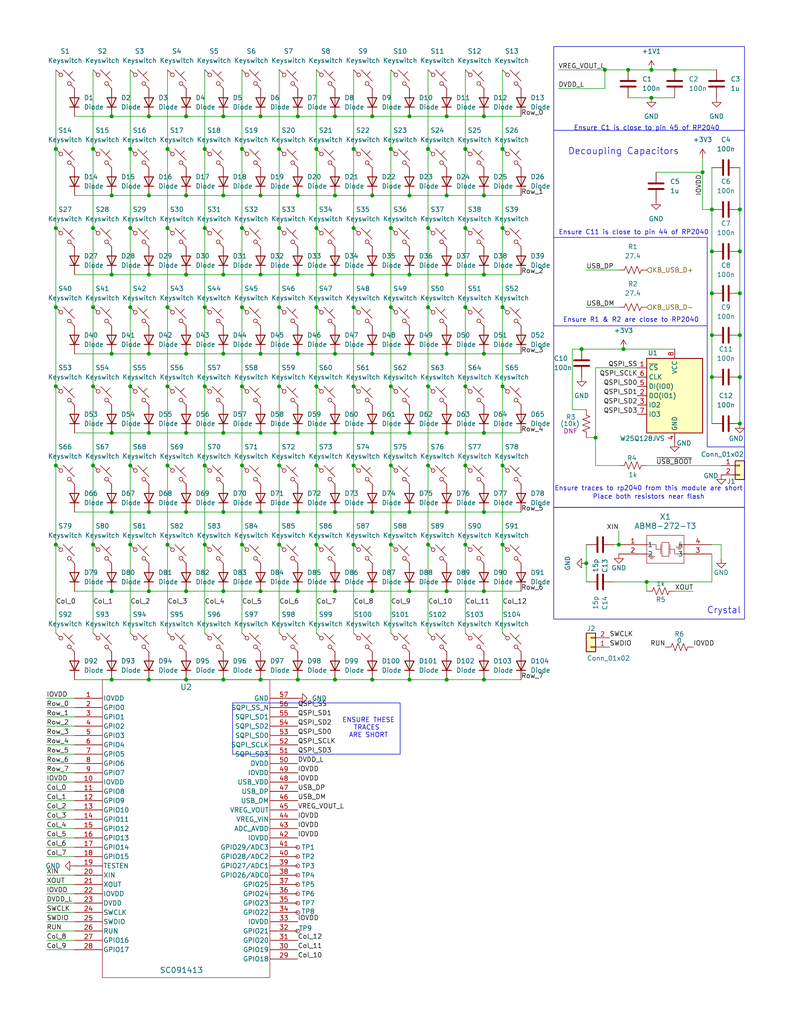
<source format=kicad_sch>
(kicad_sch (version 20231120) (generator "eeschema") (generator_version "8.0")
  (paper "USLetter" portrait)
  (title_block (rev "0") (comment 1 "https://datasheets.raspberrypi.com/rp2040/hardware-design-with-rp2040.pdf") (comment 2 "Inspiration from: "))
  (junction (at 111.76 74.93))
  (junction (at 116.84 40.64))
  (junction (at 106.68 83.82))
  (junction (at 15.24 62.23))
  (junction (at 106.68 148.59))
  (junction (at 132.08 185.42))
  (junction (at 137.16 40.64))
  (junction (at 40.64 139.7))
  (junction (at 132.08 74.93))
  (junction (at 111.76 118.11))
  (junction (at 30.48 185.42))
  (junction (at 191.77 46.99))
  (junction (at 86.36 105.41))
  (junction (at 201.93 80.01))
  (junction (at 132.08 96.52))
  (junction (at 111.76 161.29))
  (junction (at 96.52 127))
  (junction (at 60.96 31.75))
  (junction (at 30.48 96.52))
  (junction (at 201.93 115.57))
  (junction (at 121.92 185.42))
  (junction (at 116.84 62.23))
  (junction (at 194.31 80.01))
  (junction (at 194.31 57.15))
  (junction (at 158.75 95.25))
  (junction (at 101.6 118.11))
  (junction (at 81.28 74.93))
  (junction (at 86.36 127))
  (junction (at 66.04 148.59))
  (junction (at 45.72 40.64))
  (junction (at 137.16 127))
  (junction (at 50.8 53.34))
  (junction (at 15.24 127))
  (junction (at 86.36 148.59))
  (junction (at 66.04 127))
  (junction (at 35.56 148.59))
  (junction (at 71.12 74.93))
  (junction (at 81.28 96.52))
  (junction (at 15.24 40.64))
  (junction (at 96.52 148.59))
  (junction (at 177.8 26.67))
  (junction (at 76.2 148.59))
  (junction (at 86.36 40.64))
  (junction (at 201.93 57.15))
  (junction (at 91.44 31.75))
  (junction (at 201.93 68.58))
  (junction (at 91.44 96.52))
  (junction (at 96.52 105.41))
  (junction (at 81.28 118.11))
  (junction (at 177.8 19.05))
  (junction (at 111.76 53.34))
  (junction (at 55.88 62.23))
  (junction (at 137.16 148.59))
  (junction (at 96.52 83.82))
  (junction (at 127 40.64))
  (junction (at 86.36 83.82))
  (junction (at 171.45 19.05))
  (junction (at 55.88 83.82))
  (junction (at 137.16 105.41))
  (junction (at 101.6 53.34))
  (junction (at 116.84 83.82))
  (junction (at 106.68 127))
  (junction (at 45.72 83.82))
  (junction (at 106.68 40.64))
  (junction (at 60.96 74.93))
  (junction (at 127 83.82))
  (junction (at 50.8 139.7))
  (junction (at 76.2 105.41))
  (junction (at 132.08 118.11))
  (junction (at 132.08 53.34))
  (junction (at 194.31 68.58))
  (junction (at 60.96 185.42))
  (junction (at 25.4 62.23))
  (junction (at 76.2 62.23))
  (junction (at 101.6 96.52))
  (junction (at 165.1 19.05))
  (junction (at 132.08 31.75))
  (junction (at 40.64 53.34))
  (junction (at 66.04 83.82))
  (junction (at 35.56 62.23))
  (junction (at 50.8 74.93))
  (junction (at 111.76 139.7))
  (junction (at 40.64 185.42))
  (junction (at 116.84 105.41))
  (junction (at 50.8 96.52))
  (junction (at 137.16 83.82))
  (junction (at 71.12 118.11))
  (junction (at 71.12 96.52))
  (junction (at 162.56 119.38))
  (junction (at 76.2 127))
  (junction (at 40.64 31.75))
  (junction (at 30.48 53.34))
  (junction (at 40.64 74.93))
  (junction (at 60.96 118.11))
  (junction (at 25.4 40.64))
  (junction (at 71.12 31.75))
  (junction (at 137.16 62.23))
  (junction (at 60.96 161.29))
  (junction (at 170.18 95.25))
  (junction (at 35.56 83.82))
  (junction (at 184.15 19.05))
  (junction (at 127 62.23))
  (junction (at 160.02 153.67))
  (junction (at 45.72 148.59))
  (junction (at 121.92 118.11))
  (junction (at 66.04 105.41))
  (junction (at 66.04 62.23))
  (junction (at 111.76 185.42))
  (junction (at 81.28 53.34))
  (junction (at 96.52 40.64))
  (junction (at 91.44 139.7))
  (junction (at 50.8 31.75))
  (junction (at 101.6 31.75))
  (junction (at 201.93 91.44))
  (junction (at 66.04 40.64))
  (junction (at 116.84 127))
  (junction (at 35.56 127))
  (junction (at 50.8 161.29))
  (junction (at 116.84 148.59))
  (junction (at 106.68 62.23))
  (junction (at 168.91 148.59))
  (junction (at 121.92 31.75))
  (junction (at 25.4 105.41))
  (junction (at 121.92 139.7))
  (junction (at 40.64 118.11))
  (junction (at 60.96 139.7))
  (junction (at 60.96 96.52))
  (junction (at 81.28 161.29))
  (junction (at 194.31 102.87))
  (junction (at 45.72 62.23))
  (junction (at 45.72 105.41))
  (junction (at 25.4 83.82))
  (junction (at 40.64 161.29))
  (junction (at 132.08 139.7))
  (junction (at 71.12 139.7))
  (junction (at 127 127))
  (junction (at 55.88 148.59))
  (junction (at 50.8 185.42))
  (junction (at 101.6 185.42))
  (junction (at 55.88 105.41))
  (junction (at 71.12 161.29))
  (junction (at 176.53 158.75))
  (junction (at 96.52 62.23))
  (junction (at 121.92 74.93))
  (junction (at 194.31 91.44))
  (junction (at 81.28 139.7))
  (junction (at 30.48 74.93))
  (junction (at 121.92 53.34))
  (junction (at 91.44 118.11))
  (junction (at 71.12 185.42))
  (junction (at 55.88 40.64))
  (junction (at 127 148.59))
  (junction (at 111.76 96.52))
  (junction (at 121.92 96.52))
  (junction (at 76.2 83.82))
  (junction (at 40.64 96.52))
  (junction (at 91.44 161.29))
  (junction (at 101.6 139.7))
  (junction (at 25.4 127))
  (junction (at 15.24 105.41))
  (junction (at 81.28 31.75))
  (junction (at 30.48 139.7))
  (junction (at 101.6 161.29))
  (junction (at 127 105.41))
  (junction (at 35.56 105.41))
  (junction (at 15.24 83.82))
  (junction (at 15.24 148.59))
  (junction (at 201.93 102.87))
  (junction (at 30.48 31.75))
  (junction (at 101.6 74.93))
  (junction (at 106.68 105.41))
  (junction (at 91.44 185.42))
  (junction (at 60.96 53.34))
  (junction (at 132.08 161.29))
  (junction (at 121.92 161.29))
  (junction (at 45.72 127))
  (junction (at 111.76 31.75))
  (junction (at 25.4 148.59))
  (junction (at 91.44 53.34))
  (junction (at 30.48 118.11))
  (junction (at 91.44 74.93))
  (junction (at 71.12 53.34))
  (junction (at 86.36 62.23))
  (junction (at 55.88 127))
  (junction (at 81.28 185.42))
  (junction (at 50.8 118.11))
  (junction (at 35.56 40.64))
  (junction (at 30.48 161.29))
  (junction (at 76.2 40.64))
  (wire (pts (xy 40.64 74.93) (xy 50.8 74.93)))
  (wire (pts (xy 101.6 139.7) (xy 111.76 139.7)))
  (wire (pts (xy 30.48 96.52) (xy 40.64 96.52)))
  (wire (pts (xy 101.6 96.52) (xy 111.76 96.52)))
  (wire (pts (xy 194.31 91.44) (xy 194.31 102.87)))
  (polyline (pts (xy 151.13 34.29) (xy 151.13 35.56)))
  (wire (pts (xy 45.72 19.05) (xy 45.72 40.64)))
  (wire (pts (xy 71.12 53.34) (xy 81.28 53.34)))
  (wire (pts (xy 116.84 62.23) (xy 116.84 83.82)))
  (wire (pts (xy 121.92 185.42) (xy 132.08 185.42)))
  (wire (pts (xy 50.8 96.52) (xy 60.96 96.52)))
  (wire (pts (xy 81.28 118.11) (xy 91.44 118.11)))
  (wire (pts (xy 71.12 161.29) (xy 81.28 161.29)))
  (wire (pts (xy 160.02 119.38) (xy 162.56 119.38)))
  (wire (pts (xy 106.68 105.41) (xy 106.68 127)))
  (wire (pts (xy 101.6 74.93) (xy 111.76 74.93)))
  (wire (pts (xy 71.12 74.93) (xy 81.28 74.93)))
  (wire (pts (xy 111.76 74.93) (xy 121.92 74.93)))
  (wire (pts (xy 12.7 241.3) (xy 20.32 241.3)))
  (wire (pts (xy 81.28 96.52) (xy 91.44 96.52)))
  (wire (pts (xy 35.56 83.82) (xy 35.56 105.41)))
  (wire (pts (xy 25.4 148.59) (xy 25.4 172.72)))
  (wire (pts (xy 15.24 105.41) (xy 15.24 127)))
  (wire (pts (xy 91.44 31.75) (xy 101.6 31.75)))
  (wire (pts (xy 165.1 19.05) (xy 165.1 24.13)))
  (wire (pts (xy 20.32 161.29) (xy 30.48 161.29)))
  (wire (pts (xy 160.02 148.59) (xy 160.02 153.67)))
  (wire (pts (xy 137.16 127) (xy 137.16 148.59)))
  (wire (pts (xy 76.2 127) (xy 76.2 148.59)))
  (wire (pts (xy 50.8 53.34) (xy 60.96 53.34)))
  (wire (pts (xy 194.31 148.59) (xy 196.85 148.59)))
  (wire (pts (xy 60.96 161.29) (xy 71.12 161.29)))
  (wire (pts (xy 50.8 185.42) (xy 60.96 185.42)))
  (wire (pts (xy 91.44 185.42) (xy 101.6 185.42)))
  (wire (pts (xy 127 62.23) (xy 127 83.82)))
  (wire (pts (xy 96.52 105.41) (xy 96.52 127)))
  (wire (pts (xy 12.7 193.04) (xy 20.32 193.04)))
  (wire (pts (xy 184.15 19.05) (xy 195.58 19.05)))
  (wire (pts (xy 111.76 31.75) (xy 121.92 31.75)))
  (wire (pts (xy 116.84 105.41) (xy 116.84 127)))
  (polyline (pts (xy 203.2 12.7) (xy 203.2 35.56)))
  (wire (pts (xy 12.7 218.44) (xy 20.32 218.44)))
  (wire (pts (xy 116.84 148.59) (xy 116.84 172.72)))
  (wire (pts (xy 116.84 127) (xy 116.84 148.59)))
  (wire (pts (xy 194.31 45.72) (xy 194.31 57.15)))
  (wire (pts (xy 176.53 158.75) (xy 176.53 161.29)))
  (wire (pts (xy 40.64 139.7) (xy 50.8 139.7)))
  (wire (pts (xy 201.93 68.58) (xy 201.93 80.01)))
  (wire (pts (xy 25.4 40.64) (xy 25.4 62.23)))
  (wire (pts (xy 171.45 19.05) (xy 165.1 19.05)))
  (wire (pts (xy 171.45 26.67) (xy 177.8 26.67)))
  (wire (pts (xy 12.7 198.12) (xy 20.32 198.12)))
  (wire (pts (xy 81.28 139.7) (xy 91.44 139.7)))
  (wire (pts (xy 35.56 19.05) (xy 35.56 40.64)))
  (wire (pts (xy 111.76 139.7) (xy 121.92 139.7)))
  (wire (pts (xy 40.64 185.42) (xy 50.8 185.42)))
  (wire (pts (xy 101.6 161.29) (xy 111.76 161.29)))
  (wire (pts (xy 132.08 139.7) (xy 142.24 139.7)))
  (wire (pts (xy 40.64 53.34) (xy 50.8 53.34)))
  (wire (pts (xy 81.28 185.42) (xy 91.44 185.42)))
  (wire (pts (xy 66.04 105.41) (xy 66.04 127)))
  (wire (pts (xy 91.44 53.34) (xy 101.6 53.34)))
  (wire (pts (xy 71.12 185.42) (xy 81.28 185.42)))
  (wire (pts (xy 160.02 153.67) (xy 160.02 158.75)))
  (wire (pts (xy 106.68 19.05) (xy 106.68 40.64)))
  (wire (pts (xy 137.16 148.59) (xy 137.16 172.72)))
  (wire (pts (xy 101.6 31.75) (xy 111.76 31.75)))
  (wire (pts (xy 12.7 243.84) (xy 20.32 243.84)))
  (polyline (pts (xy 151.13 34.29) (xy 151.13 12.7)))
  (wire (pts (xy 55.88 62.23) (xy 55.88 83.82)))
  (wire (pts (xy 15.24 40.64) (xy 15.24 62.23)))
  (wire (pts (xy 86.36 19.05) (xy 86.36 40.64)))
  (polyline (pts (xy 203.2 121.92) (xy 203.2 133.35)))
  (wire (pts (xy 81.28 53.34) (xy 91.44 53.34)))
  (wire (pts (xy 40.64 96.52) (xy 50.8 96.52)))
  (wire (pts (xy 91.44 118.11) (xy 101.6 118.11)))
  (wire (pts (xy 12.7 238.76) (xy 20.32 238.76)))
  (wire (pts (xy 30.48 74.93) (xy 40.64 74.93)))
  (wire (pts (xy 30.48 53.34) (xy 40.64 53.34)))
  (wire (pts (xy 71.12 139.7) (xy 81.28 139.7)))
  (wire (pts (xy 201.93 57.15) (xy 201.93 68.58)))
  (wire (pts (xy 160.02 73.66) (xy 168.91 73.66)))
  (wire (pts (xy 96.52 19.05) (xy 96.52 40.64)))
  (wire (pts (xy 177.8 19.05) (xy 184.15 19.05)))
  (wire (pts (xy 86.36 83.82) (xy 86.36 105.41)))
  (wire (pts (xy 55.88 19.05) (xy 55.88 40.64)))
  (wire (pts (xy 12.7 203.2) (xy 20.32 203.2)))
  (wire (pts (xy 127 148.59) (xy 127 172.72)))
  (wire (pts (xy 15.24 83.82) (xy 15.24 105.41)))
  (wire (pts (xy 162.56 100.33) (xy 162.56 119.38)))
  (wire (pts (xy 191.77 46.99) (xy 191.77 57.15)))
  (wire (pts (xy 86.36 148.59) (xy 86.36 172.72)))
  (wire (pts (xy 91.44 74.93) (xy 101.6 74.93)))
  (wire (pts (xy 156.21 95.25) (xy 158.75 95.25)))
  (wire (pts (xy 60.96 118.11) (xy 71.12 118.11)))
  (wire (pts (xy 71.12 31.75) (xy 81.28 31.75)))
  (polyline (pts (xy 151.13 88.9) (xy 151.13 133.35)))
  (wire (pts (xy 170.18 95.25) (xy 184.15 95.25)))
  (wire (pts (xy 45.72 62.23) (xy 45.72 83.82)))
  (wire (pts (xy 40.64 118.11) (xy 50.8 118.11)))
  (wire (pts (xy 60.96 185.42) (xy 71.12 185.42)))
  (wire (pts (xy 106.68 148.59) (xy 106.68 172.72)))
  (wire (pts (xy 66.04 127) (xy 66.04 148.59)))
  (wire (pts (xy 86.36 40.64) (xy 86.36 62.23)))
  (wire (pts (xy 196.85 148.59) (xy 196.85 152.4)))
  (wire (pts (xy 12.7 226.06) (xy 20.32 226.06)))
  (wire (pts (xy 30.48 161.29) (xy 40.64 161.29)))
  (wire (pts (xy 121.92 161.29) (xy 132.08 161.29)))
  (wire (pts (xy 76.2 40.64) (xy 76.2 62.23)))
  (wire (pts (xy 25.4 62.23) (xy 25.4 83.82)))
  (polyline (pts (xy 203.2 138.43) (xy 151.13 138.43)))
  (wire (pts (xy 201.93 102.87) (xy 201.93 115.57)))
  (wire (pts (xy 101.6 185.42) (xy 111.76 185.42)))
  (wire (pts (xy 12.7 190.5) (xy 20.32 190.5)))
  (polyline (pts (xy 151.13 138.43) (xy 151.13 133.35)))
  (wire (pts (xy 12.7 223.52) (xy 20.32 223.52)))
  (wire (pts (xy 91.44 96.52) (xy 101.6 96.52)))
  (wire (pts (xy 96.52 40.64) (xy 96.52 62.23)))
  (polyline (pts (xy 151.13 12.7) (xy 203.2 12.7)))
  (wire (pts (xy 158.75 95.25) (xy 170.18 95.25)))
  (wire (pts (xy 25.4 83.82) (xy 25.4 105.41)))
  (wire (pts (xy 137.16 83.82) (xy 137.16 105.41)))
  (wire (pts (xy 66.04 40.64) (xy 66.04 62.23)))
  (wire (pts (xy 127 83.82) (xy 127 105.41)))
  (wire (pts (xy 55.88 127) (xy 55.88 148.59)))
  (wire (pts (xy 60.96 139.7) (xy 71.12 139.7)))
  (wire (pts (xy 201.93 45.72) (xy 201.93 57.15)))
  (wire (pts (xy 45.72 148.59) (xy 45.72 172.72)))
  (wire (pts (xy 116.84 19.05) (xy 116.84 40.64)))
  (wire (pts (xy 30.48 139.7) (xy 40.64 139.7)))
  (wire (pts (xy 111.76 118.11) (xy 121.92 118.11)))
  (wire (pts (xy 60.96 96.52) (xy 71.12 96.52)))
  (wire (pts (xy 12.7 248.92) (xy 20.32 248.92)))
  (wire (pts (xy 15.24 127) (xy 15.24 148.59)))
  (wire (pts (xy 137.16 62.23) (xy 137.16 83.82)))
  (wire (pts (xy 132.08 118.11) (xy 142.24 118.11)))
  (wire (pts (xy 81.28 161.29) (xy 91.44 161.29)))
  (wire (pts (xy 66.04 83.82) (xy 66.04 105.41)))
  (wire (pts (xy 60.96 31.75) (xy 71.12 31.75)))
  (wire (pts (xy 66.04 19.05) (xy 66.04 40.64)))
  (wire (pts (xy 71.12 96.52) (xy 81.28 96.52)))
  (wire (pts (xy 25.4 105.41) (xy 25.4 127)))
  (wire (pts (xy 15.24 62.23) (xy 15.24 83.82)))
  (polyline (pts (xy 151.13 88.9) (xy 193.04 88.9)))
  (wire (pts (xy 12.7 205.74) (xy 20.32 205.74)))
  (wire (pts (xy 101.6 53.34) (xy 111.76 53.34)))
  (wire (pts (xy 160.02 83.82) (xy 168.91 83.82)))
  (polyline (pts (xy 193.04 121.92) (xy 203.2 121.92)))
  (polyline (pts (xy 203.2 121.92) (xy 203.2 35.56)))
  (wire (pts (xy 106.68 40.64) (xy 106.68 62.23)))
  (polyline (pts (xy 151.13 35.56) (xy 151.13 64.77)))
  (wire (pts (xy 86.36 127) (xy 86.36 148.59)))
  (wire (pts (xy 12.7 208.28) (xy 20.32 208.28)))
  (wire (pts (xy 86.36 105.41) (xy 86.36 127)))
  (wire (pts (xy 106.68 127) (xy 106.68 148.59)))
  (wire (pts (xy 96.52 62.23) (xy 96.52 83.82)))
  (wire (pts (xy 12.7 213.36) (xy 20.32 213.36)))
  (wire (pts (xy 121.92 139.7) (xy 132.08 139.7)))
  (wire (pts (xy 20.32 53.34) (xy 30.48 53.34)))
  (wire (pts (xy 121.92 53.34) (xy 132.08 53.34)))
  (wire (pts (xy 132.08 161.29) (xy 142.24 161.29)))
  (wire (pts (xy 152.4 19.05) (xy 165.1 19.05)))
  (wire (pts (xy 194.31 102.87) (xy 194.31 115.57)))
  (wire (pts (xy 101.6 118.11) (xy 111.76 118.11)))
  (wire (pts (xy 121.92 118.11) (xy 132.08 118.11)))
  (wire (pts (xy 20.32 74.93) (xy 30.48 74.93)))
  (wire (pts (xy 116.84 40.64) (xy 116.84 62.23)))
  (wire (pts (xy 12.7 231.14) (xy 20.32 231.14)))
  (wire (pts (xy 25.4 127) (xy 25.4 148.59)))
  (wire (pts (xy 167.64 148.59) (xy 168.91 148.59)))
  (wire (pts (xy 194.31 151.13) (xy 194.31 158.75)))
  (wire (pts (xy 20.32 31.75) (xy 30.48 31.75)))
  (wire (pts (xy 111.76 161.29) (xy 121.92 161.29)))
  (wire (pts (xy 45.72 127) (xy 45.72 148.59)))
  (wire (pts (xy 12.7 200.66) (xy 20.32 200.66)))
  (wire (pts (xy 106.68 62.23) (xy 106.68 83.82)))
  (wire (pts (xy 50.8 139.7) (xy 60.96 139.7)))
  (wire (pts (xy 194.31 57.15) (xy 194.31 68.58)))
  (wire (pts (xy 127 40.64) (xy 127 62.23)))
  (wire (pts (xy 30.48 31.75) (xy 40.64 31.75)))
  (wire (pts (xy 50.8 31.75) (xy 60.96 31.75)))
  (wire (pts (xy 111.76 53.34) (xy 121.92 53.34)))
  (polyline (pts (xy 203.2 133.35) (xy 203.2 138.43)))
  (wire (pts (xy 127 19.05) (xy 127 40.64)))
  (wire (pts (xy 76.2 148.59) (xy 76.2 172.72)))
  (wire (pts (xy 168.91 144.78) (xy 168.91 148.59)))
  (wire (pts (xy 55.88 105.41) (xy 55.88 127)))
  (wire (pts (xy 30.48 118.11) (xy 40.64 118.11)))
  (wire (pts (xy 132.08 96.52) (xy 142.24 96.52)))
  (polyline (pts (xy 151.13 64.77) (xy 193.04 64.77)))
  (wire (pts (xy 132.08 74.93) (xy 142.24 74.93)))
  (wire (pts (xy 50.8 74.93) (xy 60.96 74.93)))
  (wire (pts (xy 189.23 161.29) (xy 184.15 161.29)))
  (wire (pts (xy 191.77 43.18) (xy 191.77 46.99)))
  (wire (pts (xy 20.32 96.52) (xy 30.48 96.52)))
  (wire (pts (xy 137.16 105.41) (xy 137.16 127)))
  (wire (pts (xy 55.88 40.64) (xy 55.88 62.23)))
  (wire (pts (xy 76.2 19.05) (xy 76.2 40.64)))
  (wire (pts (xy 176.53 158.75) (xy 194.31 158.75)))
  (wire (pts (xy 45.72 40.64) (xy 45.72 62.23)))
  (wire (pts (xy 171.45 19.05) (xy 177.8 19.05)))
  (wire (pts (xy 12.7 233.68) (xy 20.32 233.68)))
  (wire (pts (xy 12.7 259.08) (xy 20.32 259.08)))
  (wire (pts (xy 12.7 210.82) (xy 20.32 210.82)))
  (wire (pts (xy 76.2 62.23) (xy 76.2 83.82)))
  (wire (pts (xy 45.72 83.82) (xy 45.72 105.41)))
  (wire (pts (xy 25.4 19.05) (xy 25.4 40.64)))
  (wire (pts (xy 132.08 53.34) (xy 142.24 53.34)))
  (wire (pts (xy 55.88 148.59) (xy 55.88 172.72)))
  (wire (pts (xy 60.96 74.93) (xy 71.12 74.93)))
  (polyline (pts (xy 203.2 35.56) (xy 151.13 35.56)))
  (wire (pts (xy 76.2 105.41) (xy 76.2 127)))
  (wire (pts (xy 156.21 111.76) (xy 160.02 111.76)))
  (wire (pts (xy 132.08 31.75) (xy 142.24 31.75)))
  (wire (pts (xy 81.28 31.75) (xy 91.44 31.75)))
  (wire (pts (xy 12.7 228.6) (xy 20.32 228.6)))
  (wire (pts (xy 35.56 127) (xy 35.56 148.59)))
  (wire (pts (xy 20.32 185.42) (xy 30.48 185.42)))
  (wire (pts (xy 173.99 100.33) (xy 162.56 100.33)))
  (wire (pts (xy 132.08 185.42) (xy 142.24 185.42)))
  (wire (pts (xy 20.32 139.7) (xy 30.48 139.7)))
  (wire (pts (xy 30.48 185.42) (xy 40.64 185.42)))
  (wire (pts (xy 40.64 31.75) (xy 50.8 31.75)))
  (wire (pts (xy 176.53 127) (xy 196.85 127)))
  (wire (pts (xy 60.96 53.34) (xy 71.12 53.34)))
  (wire (pts (xy 66.04 62.23) (xy 66.04 83.82)))
  (wire (pts (xy 137.16 40.64) (xy 137.16 62.23)))
  (wire (pts (xy 71.12 118.11) (xy 81.28 118.11)))
  (wire (pts (xy 194.31 68.58) (xy 194.31 80.01)))
  (wire (pts (xy 152.4 24.13) (xy 165.1 24.13)))
  (wire (pts (xy 35.56 62.23) (xy 35.56 83.82)))
  (wire (pts (xy 179.07 46.99) (xy 191.77 46.99)))
  (wire (pts (xy 137.16 19.05) (xy 137.16 40.64)))
  (wire (pts (xy 20.32 118.11) (xy 30.48 118.11)))
  (wire (pts (xy 40.64 161.29) (xy 50.8 161.29)))
  (wire (pts (xy 66.04 148.59) (xy 66.04 172.72)))
  (wire (pts (xy 15.24 19.05) (xy 15.24 40.64)))
  (wire (pts (xy 156.21 95.25) (xy 156.21 111.76)))
  (wire (pts (xy 12.7 220.98) (xy 20.32 220.98)))
  (polyline (pts (xy 193.04 64.77) (xy 193.04 121.92)))
  (polyline (pts (xy 151.13 64.77) (xy 151.13 88.9)))
  (wire (pts (xy 121.92 31.75) (xy 132.08 31.75)))
  (wire (pts (xy 121.92 74.93) (xy 132.08 74.93)))
  (wire (pts (xy 91.44 161.29) (xy 101.6 161.29)))
  (wire (pts (xy 76.2 83.82) (xy 76.2 105.41)))
  (wire (pts (xy 96.52 127) (xy 96.52 148.59)))
  (wire (pts (xy 194.31 80.01) (xy 194.31 91.44)))
  (wire (pts (xy 111.76 96.52) (xy 121.92 96.52)))
  (wire (pts (xy 55.88 83.82) (xy 55.88 105.41)))
  (wire (pts (xy 194.31 57.15) (xy 191.77 57.15)))
  (wire (pts (xy 12.7 251.46) (xy 20.32 251.46)))
  (wire (pts (xy 35.56 40.64) (xy 35.56 62.23)))
  (wire (pts (xy 12.7 195.58) (xy 20.32 195.58)))
  (wire (pts (xy 96.52 148.59) (xy 96.52 172.72)))
  (wire (pts (xy 35.56 105.41) (xy 35.56 127)))
  (wire (pts (xy 162.56 119.38) (xy 162.56 127)))
  (wire (pts (xy 121.92 96.52) (xy 132.08 96.52)))
  (wire (pts (xy 81.28 74.93) (xy 91.44 74.93)))
  (wire (pts (xy 50.8 118.11) (xy 60.96 118.11)))
  (wire (pts (xy 111.76 185.42) (xy 121.92 185.42)))
  (wire (pts (xy 86.36 62.23) (xy 86.36 83.82)))
  (wire (pts (xy 201.93 91.44) (xy 201.93 102.87)))
  (wire (pts (xy 116.84 83.82) (xy 116.84 105.41)))
  (wire (pts (xy 12.7 215.9) (xy 20.32 215.9)))
  (wire (pts (xy 50.8 161.29) (xy 60.96 161.29)))
  (wire (pts (xy 201.93 80.01) (xy 201.93 91.44)))
  (wire (pts (xy 127 127) (xy 127 148.59)))
  (wire (pts (xy 127 105.41) (xy 127 127)))
  (wire (pts (xy 91.44 139.7) (xy 101.6 139.7)))
  (wire (pts (xy 106.68 83.82) (xy 106.68 105.41)))
  (wire (pts (xy 15.24 148.59) (xy 15.24 172.72)))
  (wire (pts (xy 167.64 158.75) (xy 176.53 158.75)))
  (wire (pts (xy 162.56 127) (xy 168.91 127)))
  (wire (pts (xy 96.52 83.82) (xy 96.52 105.41)))
  (wire (pts (xy 12.7 256.54) (xy 20.32 256.54)))
  (wire (pts (xy 45.72 105.41) (xy 45.72 127)))
  (wire (pts (xy 12.7 246.38) (xy 20.32 246.38)))
  (wire (pts (xy 177.8 26.67) (xy 184.15 26.67)))
  (wire (pts (xy 12.7 254) (xy 20.32 254)))
  (wire (pts (xy 35.56 148.59) (xy 35.56 172.72)))
  (rectangle (start 63.5 191.77) (end 109.22 205.74))
  (rectangle (start 151.13 138.43) (end 203.2 168.91))
  (text "Ensure traces to rp2040 from this module are short" (at 177.038 133.35 0) (effects (font (size 1.27 1.27))))
  (text "Ensure C1 is close to pin 45 of RP2040" (at 176.53 35.052 0) (effects (font (size 1.27 1.27))))
  (text "Decoupling Capacitors" (at 170.18 41.402 0) (effects (font (size 1.778 1.778))))
  (text "Crystal" (at 197.612 166.624 0) (effects (font (size 1.778 1.778))))
  (text "Place both resistors near flash" (at 177.038 135.636 0) (effects (font (size 1.27 1.27))))
  (text "ENSURE THESE\nTRACES \nARE SHORT" (at 100.584 198.628 0) (effects (font (size 1.27 1.27))))
  (text "Ensure C11 is close to pin 44 of RP2040" (at 172.974 63.5 0) (effects (font (size 1.27 1.27))))
  (text "Ensure R1 & R2 are close to RP2040" (at 172.212 87.376 0) (effects (font (size 1.27 1.27))))
  (label "XOUT" (at 189.23 161.29 180))
  (label "USB_DM" (at 81.28 218.44 0))
  (label "QSPI_SD0" (at 81.28 200.66 0))
  (label "Row_0" (at 12.7 193.04 0))
  (label "Col_0" (at 15.24 165.1 0))
  (label "Col_8" (at 96.52 165.1 0))
  (label "IOVDD" (at 189.23 176.53 0))
  (label "Row_2" (at 12.7 198.12 0))
  (label "Row_5" (at 142.24 139.7 0))
  (label "DVDD_L" (at 12.7 246.38 0))
  (label "Row_7" (at 12.7 210.82 0))
  (label "Col_6" (at 12.7 231.14 0))
  (label "IOVDD" (at 81.28 226.06 0))
  (label "Col_10" (at 81.28 261.62 0))
  (label "Row_5" (at 12.7 205.74 0))
  (label "Col_12" (at 137.16 165.1 0))
  (label "IOVDD" (at 81.28 223.52 0))
  (label "Col_0" (at 12.7 215.9 0))
  (label "QSPI_SS" (at 81.28 193.04 0))
  (label "Row_6" (at 12.7 208.28 0))
  (label "QSPI_SD0" (at 173.99 105.41 180))
  (label "SWDIO" (at 12.7 251.46 0))
  (label "Col_11" (at 127 165.1 0))
  (label "Col_9" (at 106.68 165.1 0))
  (label "Col_3" (at 45.72 165.1 0))
  (label "USB_DM" (at 160.02 83.82 0))
  (label "IOVDD" (at 81.28 210.82 0))
  (label "USB_DP" (at 160.02 73.66 0))
  (label "RUN" (at 181.61 176.53 180))
  (label "~{USB_BOOT}" (at 179.07 127 0))
  (label "Row_4" (at 12.7 203.2 0))
  (label "Col_2" (at 35.56 165.1 0))
  (label "SWCLK" (at 166.37 173.99 0))
  (label "Row_6" (at 142.24 161.29 0))
  (label "IOVDD" (at 81.28 213.36 0))
  (label "XIN" (at 12.7 238.76 0))
  (label "Row_2" (at 142.24 74.93 0))
  (label "Col_9" (at 12.7 259.08 0))
  (label "Col_7" (at 86.36 165.1 0))
  (label "Row_1" (at 142.24 53.34 0))
  (label "IOVDD" (at 81.28 228.6 0))
  (label "Col_11" (at 81.28 259.08 0))
  (label "IOVDD" (at 12.7 190.5 0))
  (label "Col_6" (at 76.2 165.1 0))
  (label "QSPI_SD3" (at 173.99 113.03 180))
  (label "VREG_VOUT_L" (at 152.4 19.05 0))
  (label "IOVDD" (at 191.77 53.34 90))
  (label "Col_1" (at 25.4 165.1 0))
  (label "IOVDD" (at 12.7 213.36 0))
  (label "XIN" (at 168.91 144.78 180))
  (label "QSPI_SD3" (at 81.28 205.74 0))
  (label "Col_4" (at 55.88 165.1 0))
  (label "IOVDD" (at 81.28 251.46 0))
  (label "Row_3" (at 12.7 200.66 0))
  (label "Col_3" (at 12.7 223.52 0))
  (label "Col_1" (at 12.7 218.44 0))
  (label "Col_4" (at 12.7 226.06 0))
  (label "QSPI_SD2" (at 81.28 198.12 0))
  (label "XOUT" (at 12.7 241.3 0))
  (label "Col_8" (at 12.7 256.54 0))
  (label "IOVDD" (at 12.7 243.84 0))
  (label "SWDIO" (at 166.37 176.53 0))
  (label "Row_1" (at 12.7 195.58 0))
  (label "QSPI_SS" (at 173.99 100.33 180))
  (label "QSPI_SCLK" (at 173.99 102.87 180))
  (label "Col_2" (at 12.7 220.98 0))
  (label "Col_10" (at 116.84 165.1 0))
  (label "QSPI_SD1" (at 81.28 195.58 0))
  (label "Row_4" (at 142.24 118.11 0))
  (label "Row_7" (at 142.24 185.42 0))
  (label "Col_5" (at 12.7 228.6 0))
  (label "VREG_VOUT_L" (at 81.28 220.98 0))
  (label "Col_7" (at 12.7 233.68 0))
  (label "DVDD_L" (at 81.28 208.28 0))
  (label "Row_3" (at 142.24 96.52 0))
  (label "QSPI_SD1" (at 173.99 107.95 180))
  (label "Col_5" (at 66.04 165.1 0))
  (label "Col_12" (at 81.28 256.54 0))
  (label "QSPI_SCLK" (at 81.28 203.2 0))
  (label "RUN" (at 12.7 254 0))
  (label "Row_0" (at 142.24 31.75 0))
  (label "USB_DP" (at 81.28 215.9 0))
  (label "DVDD_L" (at 152.4 24.13 0))
  (label "SWCLK" (at 12.7 248.92 0))
  (label "QSPI_SD2" (at 173.99 110.49 180))
  (hierarchical_label "KB_USB_D-" (shape input) (at 176.53 83.82 0))
  (hierarchical_label "KB_USB_D+" (shape input) (at 176.53 73.66 0))
  (symbol (lib_id "ScottoKeebs:Placeholder_Keyswitch") (at 17.78 43.18 0) (unit 1)
    (property "Reference" "S14" (at 17.78 35.56 0))
    (property "Value" "Keyswitch" (at 17.78 38.1 0))
    (property "Description" "Push button switch, normally open, two pins, 45° tilted" (effects (hide yes)))
  )
  (symbol (lib_id "ScottoKeebs:Placeholder_Keyswitch") (at 58.42 107.95 0) (unit 1)
    (property "Reference" "S57" (at 58.42 100.33 0))
    (property "Value" "Keyswitch" (at 58.42 102.87 0))
    (property "Description" "Push button switch, normally open, two pins, 45° tilted" (effects (hide yes)))
  )
  (symbol (lib_id "ScottoKeebs:Placeholder_Diode") (at 71.12 27.94 90) (unit 1)
    (property "Reference" "D6" (at 73.66 26.6699 90) (effects (justify right)))
    (property "Value" "Diode" (at 73.66 29.2099 90) (effects (justify right)))
    (property "Description" "1N4148 (DO-35) or 1N4148W (SOD-123)" (effects (hide yes)))
    (property "Sim.Device" "D" (effects (hide yes)))
    (property "Sim.Pins" "1=K 2=A" (effects (hide yes)))
  )
  (symbol (lib_id "ScottoKeebs:Placeholder_Keyswitch") (at 99.06 107.95 0) (unit 1)
    (property "Reference" "S61" (at 99.06 100.33 0))
    (property "Value" "Keyswitch" (at 99.06 102.87 0))
    (property "Description" "Push button switch, normally open, two pins, 45° tilted" (effects (hide yes)))
  )
  (symbol (lib_id "power:+3V3") (at 170.18 95.25 0) (unit 1)
    (property "Reference" "#PWR07" (effects (hide yes)))
    (property "Value" "+3V3" (at 170.18 90.17 0))
    (property "Description" "Power symbol creates a global label with name \"+3V3\"" (effects (hide yes)))
  )
  (symbol (lib_id "Device:R_US") (at 160.02 115.57 0) (unit 1)
    (property "Reference" "R3" (at 154.432 113.792 0) (effects (justify left)))
    (property "Value" "(10k)" (at 152.908 115.57 0) (effects (justify left)))
    (property "Description" "Resistor, US symbol" (effects (hide yes)))
    (property "Note" "DNF" (at 155.702 117.602 0))
  )
  (symbol (lib_id "ScottoKeebs:Placeholder_Keyswitch") (at 17.78 151.13 0) (unit 1)
    (property "Reference" "S79" (at 17.78 143.51 0))
    (property "Value" "Keyswitch" (at 17.78 146.05 0))
    (property "Description" "Push button switch, normally open, two pins, 45° tilted" (effects (hide yes)))
  )
  (symbol (lib_id "ScottoKeebs:Placeholder_Diode") (at 30.48 49.53 90) (unit 1)
    (property "Reference" "D15" (at 33.02 48.2599 90) (effects (justify right)))
    (property "Value" "Diode" (at 33.02 50.7999 90) (effects (justify right)))
    (property "Description" "1N4148 (DO-35) or 1N4148W (SOD-123)" (effects (hide yes)))
    (property "Sim.Device" "D" (effects (hide yes)))
    (property "Sim.Pins" "1=K 2=A" (effects (hide yes)))
  )
  (symbol (lib_id "ScottoKeebs:Placeholder_Diode") (at 91.44 27.94 90) (unit 1)
    (property "Reference" "D8" (at 93.98 26.6699 90) (effects (justify right)))
    (property "Value" "Diode" (at 93.98 29.2099 90) (effects (justify right)))
    (property "Description" "1N4148 (DO-35) or 1N4148W (SOD-123)" (effects (hide yes)))
    (property "Sim.Device" "D" (effects (hide yes)))
    (property "Sim.Pins" "1=K 2=A" (effects (hide yes)))
  )
  (symbol (lib_id "Device:C") (at 184.15 22.86 0) (unit 1)
    (property "Reference" "C2" (at 187.96 21.5899 0) (effects (justify left)))
    (property "Value" "100n" (at 187.96 24.1299 0) (effects (justify left)))
    (property "Description" "Unpolarized capacitor" (effects (hide yes)))
  )
  (symbol (lib_id "ScottoKeebs:Placeholder_Keyswitch") (at 68.58 129.54 0) (unit 1)
    (property "Reference" "S71" (at 68.58 121.92 0))
    (property "Value" "Keyswitch" (at 68.58 124.46 0))
    (property "Description" "Push button switch, normally open, two pins, 45° tilted" (effects (hide yes)))
  )
  (symbol (lib_id "ScottoKeebs:Placeholder_Diode") (at 111.76 92.71 90) (unit 1)
    (property "Reference" "D49" (at 114.3 91.4399 90) (effects (justify right)))
    (property "Value" "Diode" (at 114.3 93.9799 90) (effects (justify right)))
    (property "Description" "1N4148 (DO-35) or 1N4148W (SOD-123)" (effects (hide yes)))
    (property "Sim.Device" "D" (effects (hide yes)))
    (property "Sim.Pins" "1=K 2=A" (effects (hide yes)))
  )
  (symbol (lib_id "ScottoKeebs:Placeholder_Keyswitch") (at 119.38 64.77 0) (unit 1)
    (property "Reference" "S37" (at 119.38 57.15 0))
    (property "Value" "Keyswitch" (at 119.38 59.69 0))
    (property "Description" "Push button switch, normally open, two pins, 45° tilted" (effects (hide yes)))
  )
  (symbol (lib_id "ScottoKeebs:Placeholder_Keyswitch") (at 78.74 151.13 0) (unit 1)
    (property "Reference" "S85" (at 78.74 143.51 0))
    (property "Value" "Keyswitch" (at 78.74 146.05 0))
    (property "Description" "Push button switch, normally open, two pins, 45° tilted" (effects (hide yes)))
  )
  (symbol (lib_id "ScottoKeebs:Placeholder_Diode") (at 121.92 49.53 90) (unit 1)
    (property "Reference" "D24" (at 124.46 48.2599 90) (effects (justify right)))
    (property "Value" "Diode" (at 124.46 50.7999 90) (effects (justify right)))
    (property "Description" "1N4148 (DO-35) or 1N4148W (SOD-123)" (effects (hide yes)))
    (property "Sim.Device" "D" (effects (hide yes)))
    (property "Sim.Pins" "1=K 2=A" (effects (hide yes)))
  )
  (symbol (lib_id "ScottoKeebs:Placeholder_Keyswitch") (at 119.38 151.13 0) (unit 1)
    (property "Reference" "S89" (at 119.38 143.51 0))
    (property "Value" "Keyswitch" (at 119.38 146.05 0))
    (property "Description" "Push button switch, normally open, two pins, 45° tilted" (effects (hide yes)))
  )
  (symbol (lib_id "ScottoKeebs:Placeholder_Diode") (at 30.48 181.61 90) (unit 1)
    (property "Reference" "D93" (at 33.02 180.3399 90) (effects (justify right)))
    (property "Value" "Diode" (at 33.02 182.8799 90) (effects (justify right)))
    (property "Description" "1N4148 (DO-35) or 1N4148W (SOD-123)" (effects (hide yes)))
    (property "Sim.Device" "D" (effects (hide yes)))
    (property "Sim.Pins" "1=K 2=A" (effects (hide yes)))
  )
  (symbol (lib_id "ScottoKeebs:Placeholder_Keyswitch") (at 48.26 21.59 0) (unit 1)
    (property "Reference" "S4" (at 48.26 13.97 0))
    (property "Value" "Keyswitch" (at 48.26 16.51 0))
    (property "Description" "Push button switch, normally open, two pins, 45° tilted" (effects (hide yes)))
  )
  (symbol (lib_id "ScottoKeebs:Placeholder_Diode") (at 121.92 71.12 90) (unit 1)
    (property "Reference" "D37" (at 124.46 69.8499 90) (effects (justify right)))
    (property "Value" "Diode" (at 124.46 72.3899 90) (effects (justify right)))
    (property "Description" "1N4148 (DO-35) or 1N4148W (SOD-123)" (effects (hide yes)))
    (property "Sim.Device" "D" (effects (hide yes)))
    (property "Sim.Pins" "1=K 2=A" (effects (hide yes)))
  )
  (symbol (lib_id "ScottoKeebs:Placeholder_Diode") (at 71.12 49.53 90) (unit 1)
    (property "Reference" "D19" (at 73.66 48.2599 90) (effects (justify right)))
    (property "Value" "Diode" (at 73.66 50.7999 90) (effects (justify right)))
    (property "Description" "1N4148 (DO-35) or 1N4148W (SOD-123)" (effects (hide yes)))
    (property "Sim.Device" "D" (effects (hide yes)))
    (property "Sim.Pins" "1=K 2=A" (effects (hide yes)))
  )
  (symbol (lib_id "ScottoKeebs:Placeholder_Diode") (at 132.08 157.48 90) (unit 1)
    (property "Reference" "D90" (at 134.62 156.2099 90) (effects (justify right)))
    (property "Value" "Diode" (at 134.62 158.7499 90) (effects (justify right)))
    (property "Description" "1N4148 (DO-35) or 1N4148W (SOD-123)" (effects (hide yes)))
    (property "Sim.Device" "D" (effects (hide yes)))
    (property "Sim.Pins" "1=K 2=A" (effects (hide yes)))
  )
  (symbol (lib_id "ScottoKeebs:Placeholder_Keyswitch") (at 139.7 129.54 0) (unit 1)
    (property "Reference" "S78" (at 139.7 121.92 0))
    (property "Value" "Keyswitch" (at 139.7 124.46 0))
    (property "Description" "Push button switch, normally open, two pins, 45° tilted" (effects (hide yes)))
  )
  (symbol (lib_id "ScottoKeebs:Placeholder_Diode") (at 101.6 114.3 90) (unit 1)
    (property "Reference" "D61" (at 104.14 113.0299 90) (effects (justify right)))
    (property "Value" "Diode" (at 104.14 115.5699 90) (effects (justify right)))
    (property "Description" "1N4148 (DO-35) or 1N4148W (SOD-123)" (effects (hide yes)))
    (property "Sim.Device" "D" (effects (hide yes)))
    (property "Sim.Pins" "1=K 2=A" (effects (hide yes)))
  )
  (symbol (lib_id "ScottoKeebs:Placeholder_Diode") (at 71.12 135.89 90) (unit 1)
    (property "Reference" "D71" (at 73.66 134.6199 90) (effects (justify right)))
    (property "Value" "Diode" (at 73.66 137.1599 90) (effects (justify right)))
    (property "Description" "1N4148 (DO-35) or 1N4148W (SOD-123)" (effects (hide yes)))
    (property "Sim.Device" "D" (effects (hide yes)))
    (property "Sim.Pins" "1=K 2=A" (effects (hide yes)))
  )
  (symbol (lib_id "ScottoKeebs:Placeholder_Keyswitch") (at 27.94 86.36 0) (unit 1)
    (property "Reference" "S41" (at 27.94 78.74 0))
    (property "Value" "Keyswitch" (at 27.94 81.28 0))
    (property "Description" "Push button switch, normally open, two pins, 45° tilted" (effects (hide yes)))
  )
  (symbol (lib_id "Device:C") (at 198.12 91.44 90) (unit 1)
    (property "Reference" "C9" (at 198.12 83.82 90))
    (property "Value" "100n" (at 198.12 86.36 90))
    (property "Description" "Unpolarized capacitor" (effects (hide yes)))
  )
  (symbol (lib_id "ScottoKeebs:Placeholder_Diode") (at 132.08 114.3 90) (unit 1)
    (property "Reference" "D64" (at 134.62 113.0299 90) (effects (justify right)))
    (property "Value" "Diode" (at 134.62 115.5699 90) (effects (justify right)))
    (property "Description" "1N4148 (DO-35) or 1N4148W (SOD-123)" (effects (hide yes)))
    (property "Sim.Device" "D" (effects (hide yes)))
    (property "Sim.Pins" "1=K 2=A" (effects (hide yes)))
  )
  (symbol (lib_id "ScottoKeebs:Placeholder_Keyswitch") (at 99.06 129.54 0) (unit 1)
    (property "Reference" "S74" (at 99.06 121.92 0))
    (property "Value" "Keyswitch" (at 99.06 124.46 0))
    (property "Description" "Push button switch, normally open, two pins, 45° tilted" (effects (hide yes)))
  )
  (symbol (lib_id "ScottoKeebs:Placeholder_Diode") (at 50.8 157.48 90) (unit 1)
    (property "Reference" "D82" (at 53.34 156.2099 90) (effects (justify right)))
    (property "Value" "Diode" (at 53.34 158.7499 90) (effects (justify right)))
    (property "Description" "1N4148 (DO-35) or 1N4148W (SOD-123)" (effects (hide yes)))
    (property "Sim.Device" "D" (effects (hide yes)))
    (property "Sim.Pins" "1=K 2=A" (effects (hide yes)))
  )
  (symbol (lib_id "ScottoKeebs:Placeholder_Diode") (at 60.96 135.89 90) (unit 1)
    (property "Reference" "D70" (at 63.5 134.6199 90) (effects (justify right)))
    (property "Value" "Diode" (at 63.5 137.1599 90) (effects (justify right)))
    (property "Description" "1N4148 (DO-35) or 1N4148W (SOD-123)" (effects (hide yes)))
    (property "Sim.Device" "D" (effects (hide yes)))
    (property "Sim.Pins" "1=K 2=A" (effects (hide yes)))
  )
  (symbol (lib_id "power:GND") (at 179.07 54.61 0) (unit 1)
    (property "Reference" "#PWR06" (effects (hide yes)))
    (property "Value" "GND" (at 179.07 59.69 0))
    (property "Description" "Power symbol creates a global label with name \"GND\" , ground" (effects (hide yes)))
  )
  (symbol (lib_id "ScottoKeebs:Placeholder_Keyswitch") (at 119.38 175.26 0) (unit 1)
    (property "Reference" "S102" (at 119.38 167.64 0))
    (property "Value" "Keyswitch" (at 119.38 170.18 0))
    (property "Description" "Push button switch, normally open, two pins, 45° tilted" (effects (hide yes)))
  )
  (symbol (lib_id "ScottoKeebs:Placeholder_Keyswitch") (at 99.06 86.36 0) (unit 1)
    (property "Reference" "S48" (at 99.06 78.74 0))
    (property "Value" "Keyswitch" (at 99.06 81.28 0))
    (property "Description" "Push button switch, normally open, two pins, 45° tilted" (effects (hide yes)))
  )
  (symbol (lib_id "ScottoKeebs:Placeholder_Diode") (at 40.64 157.48 90) (unit 1)
    (property "Reference" "D81" (at 43.18 156.2099 90) (effects (justify right)))
    (property "Value" "Diode" (at 43.18 158.7499 90) (effects (justify right)))
    (property "Description" "1N4148 (DO-35) or 1N4148W (SOD-123)" (effects (hide yes)))
    (property "Sim.Device" "D" (effects (hide yes)))
    (property "Sim.Pins" "1=K 2=A" (effects (hide yes)))
  )
  (symbol (lib_id "rp2040:SC091413") (at 20.32 190.5 0) (unit 1)
    (property "Reference" "U2" (at 50.8 187.452 0) (effects (font (size 1.524 1.524))))
    (property "Value" "SC091413" (at 49.53 264.668 0) (effects (font (size 1.524 1.524))))
    (property "Footprint" "QFN56_7X7_RPI" (effects (hide yes)))
    (property "Datasheet" "SC091413" (effects (hide yes)))
  )
  (symbol (lib_id "ScottoKeebs:Placeholder_Keyswitch") (at 109.22 175.26 0) (unit 1)
    (property "Reference" "S101" (at 109.22 167.64 0))
    (property "Value" "Keyswitch" (at 109.22 170.18 0))
    (property "Description" "Push button switch, normally open, two pins, 45° tilted" (effects (hide yes)))
  )
  (symbol (lib_id "ScottoKeebs:Placeholder_Keyswitch") (at 129.54 107.95 0) (unit 1)
    (property "Reference" "S64" (at 129.54 100.33 0))
    (property "Value" "Keyswitch" (at 129.54 102.87 0))
    (property "Description" "Push button switch, normally open, two pins, 45° tilted" (effects (hide yes)))
  )
  (symbol (lib_id "ScottoKeebs:Placeholder_Keyswitch") (at 88.9 43.18 0) (unit 1)
    (property "Reference" "S21" (at 88.9 35.56 0))
    (property "Value" "Keyswitch" (at 88.9 38.1 0))
    (property "Description" "Push button switch, normally open, two pins, 45° tilted" (effects (hide yes)))
  )
  (symbol (lib_id "Connector:TestPoint_Small") (at 81.28 248.92 0) (unit 1)
    (property "Reference" "TP8" (at 82.296 248.666 0) (effects (justify left)))
    (property "Value" "TestPoint_Small" (effects (hide yes)))
    (property "Description" "test point" (effects (hide yes)))
  )
  (symbol (lib_id "ScottoKeebs:Placeholder_Diode") (at 81.28 135.89 90) (unit 1)
    (property "Reference" "D72" (at 83.82 134.6199 90) (effects (justify right)))
    (property "Value" "Diode" (at 83.82 137.1599 90) (effects (justify right)))
    (property "Description" "1N4148 (DO-35) or 1N4148W (SOD-123)" (effects (hide yes)))
    (property "Sim.Device" "D" (effects (hide yes)))
    (property "Sim.Pins" "1=K 2=A" (effects (hide yes)))
  )
  (symbol (lib_id "power:+1V1") (at 177.8 19.05 0) (unit 1)
    (property "Reference" "#PWR02" (effects (hide yes)))
    (property "Value" "+1V1" (at 177.8 13.97 0))
    (property "Description" "Power symbol creates a global label with name \"+1V1\"" (effects (hide yes)))
  )
  (symbol (lib_id "ScottoKeebs:Placeholder_Keyswitch") (at 78.74 21.59 0) (unit 1)
    (property "Reference" "S7" (at 78.74 13.97 0))
    (property "Value" "Keyswitch" (at 78.74 16.51 0))
    (property "Description" "Push button switch, normally open, two pins, 45° tilted" (effects (hide yes)))
  )
  (symbol (lib_id "ScottoKeebs:Placeholder_Diode") (at 111.76 135.89 90) (unit 1)
    (property "Reference" "D75" (at 114.3 134.6199 90) (effects (justify right)))
    (property "Value" "Diode" (at 114.3 137.1599 90) (effects (justify right)))
    (property "Description" "1N4148 (DO-35) or 1N4148W (SOD-123)" (effects (hide yes)))
    (property "Sim.Device" "D" (effects (hide yes)))
    (property "Sim.Pins" "1=K 2=A" (effects (hide yes)))
  )
  (symbol (lib_id "ScottoKeebs:Placeholder_Diode") (at 40.64 71.12 90) (unit 1)
    (property "Reference" "D29" (at 43.18 69.8499 90) (effects (justify right)))
    (property "Value" "Diode" (at 43.18 72.3899 90) (effects (justify right)))
    (property "Description" "1N4148 (DO-35) or 1N4148W (SOD-123)" (effects (hide yes)))
    (property "Sim.Device" "D" (effects (hide yes)))
    (property "Sim.Pins" "1=K 2=A" (effects (hide yes)))
  )
  (symbol (lib_id "ScottoKeebs:Placeholder_Keyswitch") (at 48.26 175.26 0) (unit 1)
    (property "Reference" "S95" (at 48.26 167.64 0))
    (property "Value" "Keyswitch" (at 48.26 170.18 0))
    (property "Description" "Push button switch, normally open, two pins, 45° tilted" (effects (hide yes)))
  )
  (symbol (lib_id "ScottoKeebs:Placeholder_Keyswitch") (at 109.22 151.13 0) (unit 1)
    (property "Reference" "S88" (at 109.22 143.51 0))
    (property "Value" "Keyswitch" (at 109.22 146.05 0))
    (property "Description" "Push button switch, normally open, two pins, 45° tilted" (effects (hide yes)))
  )
  (symbol (lib_id "ScottoKeebs:Placeholder_Keyswitch") (at 17.78 86.36 0) (unit 1)
    (property "Reference" "S40" (at 17.78 78.74 0))
    (property "Value" "Keyswitch" (at 17.78 81.28 0))
    (property "Description" "Push button switch, normally open, two pins, 45° tilted" (effects (hide yes)))
  )
  (symbol (lib_id "power:GND") (at 184.15 120.65 0) (unit 1)
    (property "Reference" "#PWR010" (effects (hide yes)))
    (property "Value" "GND" (at 186.69 120.904 0))
    (property "Description" "Power symbol creates a global label with name \"GND\" , ground" (effects (hide yes)))
  )
  (symbol (lib_id "ScottoKeebs:Placeholder_Keyswitch") (at 58.42 129.54 0) (unit 1)
    (property "Reference" "S70" (at 58.42 121.92 0))
    (property "Value" "Keyswitch" (at 58.42 124.46 0))
    (property "Description" "Push button switch, normally open, two pins, 45° tilted" (effects (hide yes)))
  )
  (symbol (lib_id "Device:R_US") (at 185.42 176.53 90) (unit 1)
    (property "Reference" "R6" (at 185.42 172.974 90))
    (property "Value" "0" (at 185.42 174.752 90))
    (property "Description" "Resistor, US symbol" (effects (hide yes)))
  )
  (symbol (lib_id "ScottoKeebs:Placeholder_Diode") (at 142.24 49.53 90) (unit 1)
    (property "Reference" "D26" (at 144.78 48.2599 90) (effects (justify right)))
    (property "Value" "Diode" (at 144.78 50.7999 90) (effects (justify right)))
    (property "Description" "1N4148 (DO-35) or 1N4148W (SOD-123)" (effects (hide yes)))
    (property "Sim.Device" "D" (effects (hide yes)))
    (property "Sim.Pins" "1=K 2=A" (effects (hide yes)))
  )
  (symbol (lib_id "ScottoKeebs:Placeholder_Keyswitch") (at 88.9 21.59 0) (unit 1)
    (property "Reference" "S8" (at 88.9 13.97 0))
    (property "Value" "Keyswitch" (at 88.9 16.51 0))
    (property "Description" "Push button switch, normally open, two pins, 45° tilted" (effects (hide yes)))
  )
  (symbol (lib_id "ScottoKeebs:Placeholder_Diode") (at 121.92 114.3 90) (unit 1)
    (property "Reference" "D63" (at 124.46 113.0299 90) (effects (justify right)))
    (property "Value" "Diode" (at 124.46 115.5699 90) (effects (justify right)))
    (property "Description" "1N4148 (DO-35) or 1N4148W (SOD-123)" (effects (hide yes)))
    (property "Sim.Device" "D" (effects (hide yes)))
    (property "Sim.Pins" "1=K 2=A" (effects (hide yes)))
  )
  (symbol (lib_id "ScottoKeebs:Placeholder_Diode") (at 91.44 157.48 90) (unit 1)
    (property "Reference" "D86" (at 93.98 156.2099 90) (effects (justify right)))
    (property "Value" "Diode" (at 93.98 158.7499 90) (effects (justify right)))
    (property "Description" "1N4148 (DO-35) or 1N4148W (SOD-123)" (effects (hide yes)))
    (property "Sim.Device" "D" (effects (hide yes)))
    (property "Sim.Pins" "1=K 2=A" (effects (hide yes)))
  )
  (symbol (lib_id "ScottoKeebs:Placeholder_Diode") (at 91.44 135.89 90) (unit 1)
    (property "Reference" "D73" (at 93.98 134.6199 90) (effects (justify right)))
    (property "Value" "Diode" (at 93.98 137.1599 90) (effects (justify right)))
    (property "Description" "1N4148 (DO-35) or 1N4148W (SOD-123)" (effects (hide yes)))
    (property "Sim.Device" "D" (effects (hide yes)))
    (property "Sim.Pins" "1=K 2=A" (effects (hide yes)))
  )
  (symbol (lib_id "ScottoKeebs:Placeholder_Keyswitch") (at 129.54 129.54 0) (unit 1)
    (property "Reference" "S77" (at 129.54 121.92 0))
    (property "Value" "Keyswitch" (at 129.54 124.46 0))
    (property "Description" "Push button switch, normally open, two pins, 45° tilted" (effects (hide yes)))
  )
  (symbol (lib_id "ScottoKeebs:Placeholder_Keyswitch") (at 27.94 151.13 0) (unit 1)
    (property "Reference" "S80" (at 27.94 143.51 0))
    (property "Value" "Keyswitch" (at 27.94 146.05 0))
    (property "Description" "Push button switch, normally open, two pins, 45° tilted" (effects (hide yes)))
  )
  (symbol (lib_id "Connector:TestPoint_Small") (at 81.28 243.84 0) (unit 1)
    (property "Reference" "TP6" (at 82.296 243.84 0) (effects (justify left)))
    (property "Value" "TestPoint_Small" (effects (hide yes)))
    (property "Description" "test point" (effects (hide yes)))
  )
  (symbol (lib_id "ScottoKeebs:Placeholder_Diode") (at 60.96 114.3 90) (unit 1)
    (property "Reference" "D57" (at 63.5 113.0299 90) (effects (justify right)))
    (property "Value" "Diode" (at 63.5 115.5699 90) (effects (justify right)))
    (property "Description" "1N4148 (DO-35) or 1N4148W (SOD-123)" (effects (hide yes)))
    (property "Sim.Device" "D" (effects (hide yes)))
    (property "Sim.Pins" "1=K 2=A" (effects (hide yes)))
  )
  (symbol (lib_id "power:GND") (at 160.02 153.67 270) (unit 1)
    (property "Reference" "#PWR014" (effects (hide yes)))
    (property "Value" "GND" (at 154.94 153.67 0))
    (property "Description" "Power symbol creates a global label with name \"GND\" , ground" (effects (hide yes)))
  )
  (symbol (lib_id "Device:C") (at 198.12 57.15 90) (unit 1)
    (property "Reference" "C6" (at 198.12 49.53 90))
    (property "Value" "100n" (at 198.12 52.07 90))
    (property "Description" "Unpolarized capacitor" (effects (hide yes)))
  )
  (symbol (lib_id "ScottoKeebs:Placeholder_Diode") (at 50.8 114.3 90) (unit 1)
    (property "Reference" "D56" (at 53.34 113.0299 90) (effects (justify right)))
    (property "Value" "Diode" (at 53.34 115.5699 90) (effects (justify right)))
    (property "Description" "1N4148 (DO-35) or 1N4148W (SOD-123)" (effects (hide yes)))
    (property "Sim.Device" "D" (effects (hide yes)))
    (property "Sim.Pins" "1=K 2=A" (effects (hide yes)))
  )
  (symbol (lib_id "ScottoKeebs:Placeholder_Diode") (at 60.96 27.94 90) (unit 1)
    (property "Reference" "D5" (at 63.5 26.6699 90) (effects (justify right)))
    (property "Value" "Diode" (at 63.5 29.2099 90) (effects (justify right)))
    (property "Description" "1N4148 (DO-35) or 1N4148W (SOD-123)" (effects (hide yes)))
    (property "Sim.Device" "D" (effects (hide yes)))
    (property "Sim.Pins" "1=K 2=A" (effects (hide yes)))
  )
  (symbol (lib_id "Connector_Generic:Conn_01x02") (at 201.93 127 0) (unit 1)
    (property "Reference" "J1" (at 198.374 131.318 0) (effects (justify left)))
    (property "Value" "Conn_01x02" (at 191.262 123.952 0) (effects (justify left)))
    (property "Description" "Generic connector, single row, 01x02, script generated (kicad-library-utils/schlib/autogen/connector/)" (effects (hide yes)))
  )
  (symbol (lib_id "ScottoKeebs:Placeholder_Keyswitch") (at 58.42 175.26 0) (unit 1)
    (property "Reference" "S96" (at 58.42 167.64 0))
    (property "Value" "Keyswitch" (at 58.42 170.18 0))
    (property "Description" "Push button switch, normally open, two pins, 45° tilted" (effects (hide yes)))
  )
  (symbol (lib_id "Device:C") (at 198.12 45.72 90) (unit 1)
    (property "Reference" "C4" (at 198.12 38.1 90))
    (property "Value" "100n" (at 198.12 40.64 90))
    (property "Description" "Unpolarized capacitor" (effects (hide yes)))
  )
  (symbol (lib_id "ScottoKeebs:Placeholder_Diode") (at 60.96 157.48 90) (unit 1)
    (property "Reference" "D83" (at 63.5 156.2099 90) (effects (justify right)))
    (property "Value" "Diode" (at 63.5 158.7499 90) (effects (justify right)))
    (property "Description" "1N4148 (DO-35) or 1N4148W (SOD-123)" (effects (hide yes)))
    (property "Sim.Device" "D" (effects (hide yes)))
    (property "Sim.Pins" "1=K 2=A" (effects (hide yes)))
  )
  (symbol (lib_id "ScottoKeebs:Placeholder_Keyswitch") (at 68.58 175.26 0) (unit 1)
    (property "Reference" "S97" (at 68.58 167.64 0))
    (property "Value" "Keyswitch" (at 68.58 170.18 0))
    (property "Description" "Push button switch, normally open, two pins, 45° tilted" (effects (hide yes)))
  )
  (symbol (lib_id "ScottoKeebs:Placeholder_Keyswitch") (at 68.58 107.95 0) (unit 1)
    (property "Reference" "S58" (at 68.58 100.33 0))
    (property "Value" "Keyswitch" (at 68.58 102.87 0))
    (property "Description" "Push button switch, normally open, two pins, 45° tilted" (effects (hide yes)))
  )
  (symbol (lib_id "ScottoKeebs:Placeholder_Keyswitch") (at 68.58 86.36 0) (unit 1)
    (property "Reference" "S45" (at 68.58 78.74 0))
    (property "Value" "Keyswitch" (at 68.58 81.28 0))
    (property "Description" "Push button switch, normally open, two pins, 45° tilted" (effects (hide yes)))
  )
  (symbol (lib_id "ScottoKeebs:Placeholder_Keyswitch") (at 58.42 64.77 0) (unit 1)
    (property "Reference" "S31" (at 58.42 57.15 0))
    (property "Value" "Keyswitch" (at 58.42 59.69 0))
    (property "Description" "Push button switch, normally open, two pins, 45° tilted" (effects (hide yes)))
  )
  (symbol (lib_id "ScottoKeebs:Placeholder_Diode") (at 142.24 114.3 90) (unit 1)
    (property "Reference" "D65" (at 144.78 113.0299 90) (effects (justify right)))
    (property "Value" "Diode" (at 144.78 115.5699 90) (effects (justify right)))
    (property "Description" "1N4148 (DO-35) or 1N4148W (SOD-123)" (effects (hide yes)))
    (property "Sim.Device" "D" (effects (hide yes)))
    (property "Sim.Pins" "1=K 2=A" (effects (hide yes)))
  )
  (symbol (lib_id "ScottoKeebs:Placeholder_Diode") (at 111.76 49.53 90) (unit 1)
    (property "Reference" "D23" (at 114.3 48.2599 90) (effects (justify right)))
    (property "Value" "Diode" (at 114.3 50.7999 90) (effects (justify right)))
    (property "Description" "1N4148 (DO-35) or 1N4148W (SOD-123)" (effects (hide yes)))
    (property "Sim.Device" "D" (effects (hide yes)))
    (property "Sim.Pins" "1=K 2=A" (effects (hide yes)))
  )
  (symbol (lib_id "ScottoKeebs:Placeholder_Keyswitch") (at 38.1 129.54 0) (unit 1)
    (property "Reference" "S68" (at 38.1 121.92 0))
    (property "Value" "Keyswitch" (at 38.1 124.46 0))
    (property "Description" "Push button switch, normally open, two pins, 45° tilted" (effects (hide yes)))
  )
  (symbol (lib_id "ScottoKeebs:Placeholder_Keyswitch") (at 99.06 175.26 0) (unit 1)
    (property "Reference" "S100" (at 99.06 167.64 0))
    (property "Value" "Keyswitch" (at 99.06 170.18 0))
    (property "Description" "Push button switch, normally open, two pins, 45° tilted" (effects (hide yes)))
  )
  (symbol (lib_id "ScottoKeebs:Placeholder_Keyswitch") (at 139.7 86.36 0) (unit 1)
    (property "Reference" "S52" (at 139.7 78.74 0))
    (property "Value" "Keyswitch" (at 139.7 81.28 0))
    (property "Description" "Push button switch, normally open, two pins, 45° tilted" (effects (hide yes)))
  )
  (symbol (lib_id "ScottoKeebs:Placeholder_Keyswitch") (at 78.74 64.77 0) (unit 1)
    (property "Reference" "S33" (at 78.74 57.15 0))
    (property "Value" "Keyswitch" (at 78.74 59.69 0))
    (property "Description" "Push button switch, normally open, two pins, 45° tilted" (effects (hide yes)))
  )
  (symbol (lib_id "ScottoKeebs:Placeholder_Diode") (at 20.32 114.3 90) (unit 1)
    (property "Reference" "D53" (at 22.86 113.0299 90) (effects (justify right)))
    (property "Value" "Diode" (at 22.86 115.5699 90) (effects (justify right)))
    (property "Description" "1N4148 (DO-35) or 1N4148W (SOD-123)" (effects (hide yes)))
    (property "Sim.Device" "D" (effects (hide yes)))
    (property "Sim.Pins" "1=K 2=A" (effects (hide yes)))
  )
  (symbol (lib_id "ScottoKeebs:Placeholder_Keyswitch") (at 88.9 129.54 0) (unit 1)
    (property "Reference" "S73" (at 88.9 121.92 0))
    (property "Value" "Keyswitch" (at 88.9 124.46 0))
    (property "Description" "Push button switch, normally open, two pins, 45° tilted" (effects (hide yes)))
  )
  (symbol (lib_id "ScottoKeebs:Placeholder_Diode") (at 81.28 157.48 90) (unit 1)
    (property "Reference" "D85" (at 83.82 156.2099 90) (effects (justify right)))
    (property "Value" "Diode" (at 83.82 158.7499 90) (effects (justify right)))
    (property "Description" "1N4148 (DO-35) or 1N4148W (SOD-123)" (effects (hide yes)))
    (property "Sim.Device" "D" (effects (hide yes)))
    (property "Sim.Pins" "1=K 2=A" (effects (hide yes)))
  )
  (symbol (lib_id "ScottoKeebs:Placeholder_Keyswitch") (at 88.9 151.13 0) (unit 1)
    (property "Reference" "S86" (at 88.9 143.51 0))
    (property "Value" "Keyswitch" (at 88.9 146.05 0))
    (property "Description" "Push button switch, normally open, two pins, 45° tilted" (effects (hide yes)))
  )
  (symbol (lib_id "ScottoKeebs:Placeholder_Keyswitch") (at 78.74 129.54 0) (unit 1)
    (property "Reference" "S72" (at 78.74 121.92 0))
    (property "Value" "Keyswitch" (at 78.74 124.46 0))
    (property "Description" "Push button switch, normally open, two pins, 45° tilted" (effects (hide yes)))
  )
  (symbol (lib_id "ScottoKeebs:Placeholder_Keyswitch") (at 27.94 175.26 0) (unit 1)
    (property "Reference" "S93" (at 27.94 167.64 0))
    (property "Value" "Keyswitch" (at 27.94 170.18 0))
    (property "Description" "Push button switch, normally open, two pins, 45° tilted" (effects (hide yes)))
  )
  (symbol (lib_id "ScottoKeebs:Placeholder_Diode") (at 60.96 92.71 90) (unit 1)
    (property "Reference" "D44" (at 63.5 91.4399 90) (effects (justify right)))
    (property "Value" "Diode" (at 63.5 93.9799 90) (effects (justify right)))
    (property "Description" "1N4148 (DO-35) or 1N4148W (SOD-123)" (effects (hide yes)))
    (property "Sim.Device" "D" (effects (hide yes)))
    (property "Sim.Pins" "1=K 2=A" (effects (hide yes)))
  )
  (symbol (lib_id "ScottoKeebs:Placeholder_Diode") (at 20.32 27.94 90) (unit 1)
    (property "Reference" "D1" (at 22.86 26.6699 90) (effects (justify right)))
    (property "Value" "Diode" (at 22.86 29.2099 90) (effects (justify right)))
    (property "Description" "1N4148 (DO-35) or 1N4148W (SOD-123)" (effects (hide yes)))
    (property "Sim.Device" "D" (effects (hide yes)))
    (property "Sim.Pins" "1=K 2=A" (effects (hide yes)))
  )
  (symbol (lib_id "ScottoKeebs:Placeholder_Diode") (at 121.92 135.89 90) (unit 1)
    (property "Reference" "D76" (at 124.46 134.6199 90) (effects (justify right)))
    (property "Value" "Diode" (at 124.46 137.1599 90) (effects (justify right)))
    (property "Description" "1N4148 (DO-35) or 1N4148W (SOD-123)" (effects (hide yes)))
    (property "Sim.Device" "D" (effects (hide yes)))
    (property "Sim.Pins" "1=K 2=A" (effects (hide yes)))
  )
  (symbol (lib_id "ScottoKeebs:Placeholder_Keyswitch") (at 129.54 86.36 0) (unit 1)
    (property "Reference" "S51" (at 129.54 78.74 0))
    (property "Value" "Keyswitch" (at 129.54 81.28 0))
    (property "Description" "Push button switch, normally open, two pins, 45° tilted" (effects (hide yes)))
  )
  (symbol (lib_id "ScottoKeebs:Placeholder_Diode") (at 142.24 135.89 90) (unit 1)
    (property "Reference" "D78" (at 144.78 134.6199 90) (effects (justify right)))
    (property "Value" "Diode" (at 144.78 137.1599 90) (effects (justify right)))
    (property "Description" "1N4148 (DO-35) or 1N4148W (SOD-123)" (effects (hide yes)))
    (property "Sim.Device" "D" (effects (hide yes)))
    (property "Sim.Pins" "1=K 2=A" (effects (hide yes)))
  )
  (symbol (lib_id "ScottoKeebs:Placeholder_Diode") (at 30.48 27.94 90) (unit 1)
    (property "Reference" "D2" (at 33.02 26.6699 90) (effects (justify right)))
    (property "Value" "Diode" (at 33.02 29.2099 90) (effects (justify right)))
    (property "Description" "1N4148 (DO-35) or 1N4148W (SOD-123)" (effects (hide yes)))
    (property "Sim.Device" "D" (effects (hide yes)))
    (property "Sim.Pins" "1=K 2=A" (effects (hide yes)))
  )
  (symbol (lib_id "ScottoKeebs:Placeholder_Keyswitch") (at 139.7 151.13 0) (unit 1)
    (property "Reference" "S91" (at 139.7 143.51 0))
    (property "Value" "Keyswitch" (at 139.7 146.05 0))
    (property "Description" "Push button switch, normally open, two pins, 45° tilted" (effects (hide yes)))
  )
  (symbol (lib_id "ScottoKeebs:Placeholder_Diode") (at 91.44 71.12 90) (unit 1)
    (property "Reference" "D34" (at 93.98 69.8499 90) (effects (justify right)))
    (property "Value" "Diode" (at 93.98 72.3899 90) (effects (justify right)))
    (property "Description" "1N4148 (DO-35) or 1N4148W (SOD-123)" (effects (hide yes)))
    (property "Sim.Device" "D" (effects (hide yes)))
    (property "Sim.Pins" "1=K 2=A" (effects (hide yes)))
  )
  (symbol (lib_id "ScottoKeebs:Placeholder_Keyswitch") (at 27.94 64.77 0) (unit 1)
    (property "Reference" "S28" (at 27.94 57.15 0))
    (property "Value" "Keyswitch" (at 27.94 59.69 0))
    (property "Description" "Push button switch, normally open, two pins, 45° tilted" (effects (hide yes)))
  )
  (symbol (lib_id "power:GND") (at 168.91 151.13 0) (unit 1)
    (property "Reference" "#PWR012" (effects (hide yes)))
    (property "Value" "GND" (at 168.91 154.94 0))
    (property "Description" "Power symbol creates a global label with name \"GND\" , ground" (effects (hide yes)))
  )
  (symbol (lib_id "ScottoKeebs:Placeholder_Keyswitch") (at 78.74 175.26 0) (unit 1)
    (property "Reference" "S98" (at 78.74 167.64 0))
    (property "Value" "Keyswitch" (at 78.74 170.18 0))
    (property "Description" "Push button switch, normally open, two pins, 45° tilted" (effects (hide yes)))
  )
  (symbol (lib_id "ScottoKeebs:Placeholder_Diode") (at 132.08 49.53 90) (unit 1)
    (property "Reference" "D25" (at 134.62 48.2599 90) (effects (justify right)))
    (property "Value" "Diode" (at 134.62 50.7999 90) (effects (justify right)))
    (property "Description" "1N4148 (DO-35) or 1N4148W (SOD-123)" (effects (hide yes)))
    (property "Sim.Device" "D" (effects (hide yes)))
    (property "Sim.Pins" "1=K 2=A" (effects (hide yes)))
  )
  (symbol (lib_id "ScottoKeebs:Placeholder_Diode") (at 50.8 92.71 90) (unit 1)
    (property "Reference" "D43" (at 53.34 91.4399 90) (effects (justify right)))
    (property "Value" "Diode" (at 53.34 93.9799 90) (effects (justify right)))
    (property "Description" "1N4148 (DO-35) or 1N4148W (SOD-123)" (effects (hide yes)))
    (property "Sim.Device" "D" (effects (hide yes)))
    (property "Sim.Pins" "1=K 2=A" (effects (hide yes)))
  )
  (symbol (lib_id "ScottoKeebs:Placeholder_Keyswitch") (at 68.58 43.18 0) (unit 1)
    (property "Reference" "S19" (at 68.58 35.56 0))
    (property "Value" "Keyswitch" (at 68.58 38.1 0))
    (property "Description" "Push button switch, normally open, two pins, 45° tilted" (effects (hide yes)))
  )
  (symbol (lib_id "12MHZ_CRYSTAL:ABM8-272-T3") (at 168.91 148.59 0) (unit 1)
    (property "Reference" "X1" (at 181.61 140.97 0) (effects (font (size 1.524 1.524))))
    (property "Value" "ABM8-272-T3" (at 181.61 143.51 0) (effects (font (size 1.524 1.524))))
    (property "Footprint" "ABM8-272-T3_ABR" (effects (hide yes)))
    (property "Datasheet" "ABM8-272-T3" (effects (hide yes)))
  )
  (symbol (lib_id "ScottoKeebs:Placeholder_Diode") (at 111.76 157.48 90) (unit 1)
    (property "Reference" "D88" (at 114.3 156.2099 90) (effects (justify right)))
    (property "Value" "Diode" (at 114.3 158.7499 90) (effects (justify right)))
    (property "Description" "1N4148 (DO-35) or 1N4148W (SOD-123)" (effects (hide yes)))
    (property "Sim.Device" "D" (effects (hide yes)))
    (property "Sim.Pins" "1=K 2=A" (effects (hide yes)))
  )
  (symbol (lib_id "ScottoKeebs:Placeholder_Keyswitch") (at 119.38 43.18 0) (unit 1)
    (property "Reference" "S24" (at 119.38 35.56 0))
    (property "Value" "Keyswitch" (at 119.38 38.1 0))
    (property "Description" "Push button switch, normally open, two pins, 45° tilted" (effects (hide yes)))
  )
  (symbol (lib_id "ScottoKeebs:Placeholder_Keyswitch") (at 68.58 21.59 0) (unit 1)
    (property "Reference" "S6" (at 68.58 13.97 0))
    (property "Value" "Keyswitch" (at 68.58 16.51 0))
    (property "Description" "Push button switch, normally open, two pins, 45° tilted" (effects (hide yes)))
  )
  (symbol (lib_id "ScottoKeebs:Placeholder_Keyswitch") (at 58.42 21.59 0) (unit 1)
    (property "Reference" "S5" (at 58.42 13.97 0))
    (property "Value" "Keyswitch" (at 58.42 16.51 0))
    (property "Description" "Push button switch, normally open, two pins, 45° tilted" (effects (hide yes)))
  )
  (symbol (lib_id "ScottoKeebs:Placeholder_Keyswitch") (at 78.74 86.36 0) (unit 1)
    (property "Reference" "S46" (at 78.74 78.74 0))
    (property "Value" "Keyswitch" (at 78.74 81.28 0))
    (property "Description" "Push button switch, normally open, two pins, 45° tilted" (effects (hide yes)))
  )
  (symbol (lib_id "ScottoKeebs:Placeholder_Keyswitch") (at 109.22 64.77 0) (unit 1)
    (property "Reference" "S36" (at 109.22 57.15 0))
    (property "Value" "Keyswitch" (at 109.22 59.69 0))
    (property "Description" "Push button switch, normally open, two pins, 45° tilted" (effects (hide yes)))
  )
  (symbol (lib_id "ScottoKeebs:Placeholder_Keyswitch") (at 119.38 107.95 0) (unit 1)
    (property "Reference" "S63" (at 119.38 100.33 0))
    (property "Value" "Keyswitch" (at 119.38 102.87 0))
    (property "Description" "Push button switch, normally open, two pins, 45° tilted" (effects (hide yes)))
  )
  (symbol (lib_id "ScottoKeebs:Placeholder_Keyswitch") (at 88.9 64.77 0) (unit 1)
    (property "Reference" "S34" (at 88.9 57.15 0))
    (property "Value" "Keyswitch" (at 88.9 59.69 0))
    (property "Description" "Push button switch, normally open, two pins, 45° tilted" (effects (hide yes)))
  )
  (symbol (lib_id "ScottoKeebs:Placeholder_Diode") (at 40.64 114.3 90) (unit 1)
    (property "Reference" "D55" (at 43.18 113.0299 90) (effects (justify right)))
    (property "Value" "Diode" (at 43.18 115.5699 90) (effects (justify right)))
    (property "Description" "1N4148 (DO-35) or 1N4148W (SOD-123)" (effects (hide yes)))
    (property "Sim.Device" "D" (effects (hide yes)))
    (property "Sim.Pins" "1=K 2=A" (effects (hide yes)))
  )
  (symbol (lib_id "ScottoKeebs:Placeholder_Diode") (at 142.24 71.12 90) (unit 1)
    (property "Reference" "D39" (at 144.78 69.8499 90) (effects (justify right)))
    (property "Value" "Diode" (at 144.78 72.3899 90) (effects (justify right)))
    (property "Description" "1N4148 (DO-35) or 1N4148W (SOD-123)" (effects (hide yes)))
    (property "Sim.Device" "D" (effects (hide yes)))
    (property "Sim.Pins" "1=K 2=A" (effects (hide yes)))
  )
  (symbol (lib_id "ScottoKeebs:Placeholder_Diode") (at 111.76 181.61 90) (unit 1)
    (property "Reference" "D101" (at 114.3 180.3399 90) (effects (justify right)))
    (property "Value" "Diode" (at 114.3 182.8799 90) (effects (justify right)))
    (property "Description" "1N4148 (DO-35) or 1N4148W (SOD-123)" (effects (hide yes)))
    (property "Sim.Device" "D" (effects (hide yes)))
    (property "Sim.Pins" "1=K 2=A" (effects (hide yes)))
  )
  (symbol (lib_id "ScottoKeebs:Placeholder_Diode") (at 81.28 181.61 90) (unit 1)
    (property "Reference" "D98" (at 83.82 180.3399 90) (effects (justify right)))
    (property "Value" "Diode" (at 83.82 182.8799 90) (effects (justify right)))
    (property "Description" "1N4148 (DO-35) or 1N4148W (SOD-123)" (effects (hide yes)))
    (property "Sim.Device" "D" (effects (hide yes)))
    (property "Sim.Pins" "1=K 2=A" (effects (hide yes)))
  )
  (symbol (lib_id "ScottoKeebs:Placeholder_Diode") (at 30.48 157.48 90) (unit 1)
    (property "Reference" "D80" (at 33.02 156.2099 90) (effects (justify right)))
    (property "Value" "Diode" (at 33.02 158.7499 90) (effects (justify right)))
    (property "Description" "1N4148 (DO-35) or 1N4148W (SOD-123)" (effects (hide yes)))
    (property "Sim.Device" "D" (effects (hide yes)))
    (property "Sim.Pins" "1=K 2=A" (effects (hide yes)))
  )
  (symbol (lib_id "ScottoKeebs:Placeholder_Diode") (at 142.24 181.61 90) (unit 1)
    (property "Reference" "D104" (at 144.78 180.3399 90) (effects (justify right)))
    (property "Value" "Diode" (at 144.78 182.8799 90) (effects (justify right)))
    (property "Description" "1N4148 (DO-35) or 1N4148W (SOD-123)" (effects (hide yes)))
    (property "Sim.Device" "D" (effects (hide yes)))
    (property "Sim.Pins" "1=K 2=A" (effects (hide yes)))
  )
  (symbol (lib_id "ScottoKeebs:Placeholder_Diode") (at 142.24 157.48 90) (unit 1)
    (property "Reference" "D91" (at 144.78 156.2099 90) (effects (justify right)))
    (property "Value" "Diode" (at 144.78 158.7499 90) (effects (justify right)))
    (property "Description" "1N4148 (DO-35) or 1N4148W (SOD-123)" (effects (hide yes)))
    (property "Sim.Device" "D" (effects (hide yes)))
    (property "Sim.Pins" "1=K 2=A" (effects (hide yes)))
  )
  (symbol (lib_id "ScottoKeebs:Placeholder_Diode") (at 101.6 71.12 90) (unit 1)
    (property "Reference" "D35" (at 104.14 69.8499 90) (effects (justify right)))
    (property "Value" "Diode" (at 104.14 72.3899 90) (effects (justify right)))
    (property "Description" "1N4148 (DO-35) or 1N4148W (SOD-123)" (effects (hide yes)))
    (property "Sim.Device" "D" (effects (hide yes)))
    (property "Sim.Pins" "1=K 2=A" (effects (hide yes)))
  )
  (symbol (lib_id "Device:R_US") (at 180.34 161.29 270) (unit 1)
    (property "Reference" "R5" (at 180.34 163.576 90))
    (property "Value" "1k" (at 180.34 159.258 90))
    (property "Description" "Resistor, US symbol" (effects (hide yes)))
  )
  (symbol (lib_id "ScottoKeebs:Placeholder_Diode") (at 101.6 49.53 90) (unit 1)
    (property "Reference" "D22" (at 104.14 48.2599 90) (effects (justify right)))
    (property "Value" "Diode" (at 104.14 50.7999 90) (effects (justify right)))
    (property "Description" "1N4148 (DO-35) or 1N4148W (SOD-123)" (effects (hide yes)))
    (property "Sim.Device" "D" (effects (hide yes)))
    (property "Sim.Pins" "1=K 2=A" (effects (hide yes)))
  )
  (symbol (lib_id "ScottoKeebs:Placeholder_Diode") (at 20.32 181.61 90) (unit 1)
    (property "Reference" "D92" (at 22.86 180.3399 90) (effects (justify right)))
    (property "Value" "Diode" (at 22.86 182.8799 90) (effects (justify right)))
    (property "Description" "1N4148 (DO-35) or 1N4148W (SOD-123)" (effects (hide yes)))
    (property "Sim.Device" "D" (effects (hide yes)))
    (property "Sim.Pins" "1=K 2=A" (effects (hide yes)))
  )
  (symbol (lib_id "ScottoKeebs:Placeholder_Keyswitch") (at 38.1 64.77 0) (unit 1)
    (property "Reference" "S29" (at 38.1 57.15 0))
    (property "Value" "Keyswitch" (at 38.1 59.69 0))
    (property "Description" "Push button switch, normally open, two pins, 45° tilted" (effects (hide yes)))
  )
  (symbol (lib_id "ScottoKeebs:Placeholder_Diode") (at 132.08 181.61 90) (unit 1)
    (property "Reference" "D103" (at 134.62 180.3399 90) (effects (justify right)))
    (property "Value" "Diode" (at 134.62 182.8799 90) (effects (justify right)))
    (property "Description" "1N4148 (DO-35) or 1N4148W (SOD-123)" (effects (hide yes)))
    (property "Sim.Device" "D" (effects (hide yes)))
    (property "Sim.Pins" "1=K 2=A" (effects (hide yes)))
  )
  (symbol (lib_id "ScottoKeebs:Placeholder_Diode") (at 60.96 49.53 90) (unit 1)
    (property "Reference" "D18" (at 63.5 48.2599 90) (effects (justify right)))
    (property "Value" "Diode" (at 63.5 50.7999 90) (effects (justify right)))
    (property "Description" "1N4148 (DO-35) or 1N4148W (SOD-123)" (effects (hide yes)))
    (property "Sim.Device" "D" (effects (hide yes)))
    (property "Sim.Pins" "1=K 2=A" (effects (hide yes)))
  )
  (symbol (lib_id "power:GND") (at 20.32 236.22 270) (unit 1)
    (property "Reference" "#PWR016" (effects (hide yes)))
    (property "Value" "GND" (at 16.51 236.2199 90) (effects (justify right)))
    (property "Description" "Power symbol creates a global label with name \"GND\" , ground" (effects (hide yes)))
  )
  (symbol (lib_id "ScottoKeebs:Placeholder_Keyswitch") (at 17.78 21.59 0) (unit 1)
    (property "Reference" "S1" (at 17.78 13.97 0))
    (property "Value" "Keyswitch" (at 17.78 16.51 0))
    (property "Description" "Push button switch, normally open, two pins, 45° tilted" (effects (hide yes)))
  )
  (symbol (lib_id "power:GND") (at 81.28 190.5 90) (unit 1)
    (property "Reference" "#PWR015" (effects (hide yes)))
    (property "Value" "GND" (at 85.09 190.4999 90) (effects (justify right)))
    (property "Description" "Power symbol creates a global label with name \"GND\" , ground" (effects (hide yes)))
  )
  (symbol (lib_id "Connector:TestPoint_Small") (at 81.28 246.38 0) (unit 1)
    (property "Reference" "TP7" (at 82.296 246.38 0) (effects (justify left)))
    (property "Value" "TestPoint_Small" (effects (hide yes)))
    (property "Description" "test point" (effects (hide yes)))
  )
  (symbol (lib_id "ScottoKeebs:Placeholder_Keyswitch") (at 38.1 21.59 0) (unit 1)
    (property "Reference" "S3" (at 38.1 13.97 0))
    (property "Value" "Keyswitch" (at 38.1 16.51 0))
    (property "Description" "Push button switch, normally open, two pins, 45° tilted" (effects (hide yes)))
  )
  (symbol (lib_id "ScottoKeebs:Placeholder_Keyswitch") (at 27.94 107.95 0) (unit 1)
    (property "Reference" "S54" (at 27.94 100.33 0))
    (property "Value" "Keyswitch" (at 27.94 102.87 0))
    (property "Description" "Push button switch, normally open, two pins, 45° tilted" (effects (hide yes)))
  )
  (symbol (lib_id "ScottoKeebs:Placeholder_Keyswitch") (at 99.06 151.13 0) (unit 1)
    (property "Reference" "S87" (at 99.06 143.51 0))
    (property "Value" "Keyswitch" (at 99.06 146.05 0))
    (property "Description" "Push button switch, normally open, two pins, 45° tilted" (effects (hide yes)))
  )
  (symbol (lib_id "ScottoKeebs:Placeholder_Keyswitch") (at 109.22 21.59 0) (unit 1)
    (property "Reference" "S10" (at 109.22 13.97 0))
    (property "Value" "Keyswitch" (at 109.22 16.51 0))
    (property "Description" "Push button switch, normally open, two pins, 45° tilted" (effects (hide yes)))
  )
  (symbol (lib_id "ScottoKeebs:Placeholder_Diode") (at 91.44 49.53 90) (unit 1)
    (property "Reference" "D21" (at 93.98 48.2599 90) (effects (justify right)))
    (property "Value" "Diode" (at 93.98 50.7999 90) (effects (justify right)))
    (property "Description" "1N4148 (DO-35) or 1N4148W (SOD-123)" (effects (hide yes)))
    (property "Sim.Device" "D" (effects (hide yes)))
    (property "Sim.Pins" "1=K 2=A" (effects (hide yes)))
  )
  (symbol (lib_id "Connector_Generic:Conn_01x02") (at 161.29 176.53 180) (unit 1)
    (property "Reference" "J2" (at 162.56 171.45 0) (effects (justify left)))
    (property "Value" "Conn_01x02" (at 171.958 179.578 0) (effects (justify left)))
    (property "Description" "Generic connector, single row, 01x02, script generated (kicad-library-utils/schlib/autogen/connector/)" (effects (hide yes)))
  )
  (symbol (lib_id "ScottoKeebs:Placeholder_Diode") (at 101.6 157.48 90) (unit 1)
    (property "Reference" "D87" (at 104.14 156.2099 90) (effects (justify right)))
    (property "Value" "Diode" (at 104.14 158.7499 90) (effects (justify right)))
    (property "Description" "1N4148 (DO-35) or 1N4148W (SOD-123)" (effects (hide yes)))
    (property "Sim.Device" "D" (effects (hide yes)))
    (property "Sim.Pins" "1=K 2=A" (effects (hide yes)))
  )
  (symbol (lib_id "ScottoKeebs:Placeholder_Diode") (at 60.96 71.12 90) (unit 1)
    (property "Reference" "D31" (at 63.5 69.8499 90) (effects (justify right)))
    (property "Value" "Diode" (at 63.5 72.3899 90) (effects (justify right)))
    (property "Description" "1N4148 (DO-35) or 1N4148W (SOD-123)" (effects (hide yes)))
    (property "Sim.Device" "D" (effects (hide yes)))
    (property "Sim.Pins" "1=K 2=A" (effects (hide yes)))
  )
  (symbol (lib_id "ScottoKeebs:Placeholder_Diode") (at 50.8 71.12 90) (unit 1)
    (property "Reference" "D30" (at 53.34 69.8499 90) (effects (justify right)))
    (property "Value" "Diode" (at 53.34 72.3899 90) (effects (justify right)))
    (property "Description" "1N4148 (DO-35) or 1N4148W (SOD-123)" (effects (hide yes)))
    (property "Sim.Device" "D" (effects (hide yes)))
    (property "Sim.Pins" "1=K 2=A" (effects (hide yes)))
  )
  (symbol (lib_id "ScottoKeebs:Placeholder_Diode") (at 81.28 92.71 90) (unit 1)
    (property "Reference" "D46" (at 83.82 91.4399 90) (effects (justify right)))
    (property "Value" "Diode" (at 83.82 93.9799 90) (effects (justify right)))
    (property "Description" "1N4148 (DO-35) or 1N4148W (SOD-123)" (effects (hide yes)))
    (property "Sim.Device" "D" (effects (hide yes)))
    (property "Sim.Pins" "1=K 2=A" (effects (hide yes)))
  )
  (symbol (lib_id "ScottoKeebs:Placeholder_Keyswitch") (at 129.54 175.26 0) (unit 1)
    (property "Reference" "S103" (at 129.54 167.64 0))
    (property "Value" "Keyswitch" (at 129.54 170.18 0))
    (property "Description" "Push button switch, normally open, two pins, 45° tilted" (effects (hide yes)))
  )
  (symbol (lib_id "ScottoKeebs:Placeholder_Keyswitch") (at 27.94 129.54 0) (unit 1)
    (property "Reference" "S67" (at 27.94 121.92 0))
    (property "Value" "Keyswitch" (at 27.94 124.46 0))
    (property "Description" "Push button switch, normally open, two pins, 45° tilted" (effects (hide yes)))
  )
  (symbol (lib_id "ScottoKeebs:Placeholder_Diode") (at 71.12 181.61 90) (unit 1)
    (property "Reference" "D97" (at 73.66 180.3399 90) (effects (justify right)))
    (property "Value" "Diode" (at 73.66 182.8799 90) (effects (justify right)))
    (property "Description" "1N4148 (DO-35) or 1N4148W (SOD-123)" (effects (hide yes)))
    (property "Sim.Device" "D" (effects (hide yes)))
    (property "Sim.Pins" "1=K 2=A" (effects (hide yes)))
  )
  (symbol (lib_id "ScottoKeebs:Placeholder_Diode") (at 30.48 71.12 90) (unit 1)
    (property "Reference" "D28" (at 33.02 69.8499 90) (effects (justify right)))
    (property "Value" "Diode" (at 33.02 72.3899 90) (effects (justify right)))
    (property "Description" "1N4148 (DO-35) or 1N4148W (SOD-123)" (effects (hide yes)))
    (property "Sim.Device" "D" (effects (hide yes)))
    (property "Sim.Pins" "1=K 2=A" (effects (hide yes)))
  )
  (symbol (lib_id "ScottoKeebs:Placeholder_Diode") (at 81.28 27.94 90) (unit 1)
    (property "Reference" "D7" (at 83.82 26.6699 90) (effects (justify right)))
    (property "Value" "Diode" (at 83.82 29.2099 90) (effects (justify right)))
    (property "Description" "1N4148 (DO-35) or 1N4148W (SOD-123)" (effects (hide yes)))
    (property "Sim.Device" "D" (effects (hide yes)))
    (property "Sim.Pins" "1=K 2=A" (effects (hide yes)))
  )
  (symbol (lib_id "power:GND") (at 196.85 152.4 0) (unit 1)
    (property "Reference" "#PWR013" (effects (hide yes)))
    (property "Value" "GND" (at 196.85 156.21 0))
    (property "Description" "Power symbol creates a global label with name \"GND\" , ground" (effects (hide yes)))
  )
  (symbol (lib_id "ScottoKeebs:Placeholder_Keyswitch") (at 139.7 43.18 0) (unit 1)
    (property "Reference" "S26" (at 139.7 35.56 0))
    (property "Value" "Keyswitch" (at 139.7 38.1 0))
    (property "Description" "Push button switch, normally open, two pins, 45° tilted" (effects (hide yes)))
  )
  (symbol (lib_id "ScottoKeebs:Placeholder_Keyswitch") (at 88.9 107.95 0) (unit 1)
    (property "Reference" "S60" (at 88.9 100.33 0))
    (property "Value" "Keyswitch" (at 88.9 102.87 0))
    (property "Description" "Push button switch, normally open, two pins, 45° tilted" (effects (hide yes)))
  )
  (symbol (lib_id "power:GND") (at 177.8 26.67 0) (unit 1)
    (property "Reference" "#PWR03" (effects (hide yes)))
    (property "Value" "GND" (at 177.8 31.75 0))
    (property "Description" "Power symbol creates a global label with name \"GND\" , ground" (effects (hide yes)))
  )
  (symbol (lib_id "power:+3V3") (at 191.77 43.18 0) (unit 1)
    (property "Reference" "#PWR05" (effects (hide yes)))
    (property "Value" "+3V3" (at 191.77 38.1 0))
    (property "Description" "Power symbol creates a global label with name \"+3V3\"" (effects (hide yes)))
  )
  (symbol (lib_id "Device:R_US") (at 172.72 73.66 90) (unit 1)
    (property "Reference" "R1" (at 172.72 67.31 90))
    (property "Value" "27.4" (at 172.72 69.85 90))
    (property "Description" "Resistor, US symbol" (effects (hide yes)))
  )
  (symbol (lib_id "ScottoKeebs:Placeholder_Keyswitch") (at 99.06 64.77 0) (unit 1)
    (property "Reference" "S35" (at 99.06 57.15 0))
    (property "Value" "Keyswitch" (at 99.06 59.69 0))
    (property "Description" "Push button switch, normally open, two pins, 45° tilted" (effects (hide yes)))
  )
  (symbol (lib_id "ScottoKeebs:Placeholder_Diode") (at 81.28 49.53 90) (unit 1)
    (property "Reference" "D20" (at 83.82 48.2599 90) (effects (justify right)))
    (property "Value" "Diode" (at 83.82 50.7999 90) (effects (justify right)))
    (property "Description" "1N4148 (DO-35) or 1N4148W (SOD-123)" (effects (hide yes)))
    (property "Sim.Device" "D" (effects (hide yes)))
    (property "Sim.Pins" "1=K 2=A" (effects (hide yes)))
  )
  (symbol (lib_id "ScottoKeebs:Placeholder_Diode") (at 71.12 92.71 90) (unit 1)
    (property "Reference" "D45" (at 73.66 91.4399 90) (effects (justify right)))
    (property "Value" "Diode" (at 73.66 93.9799 90) (effects (justify right)))
    (property "Description" "1N4148 (DO-35) or 1N4148W (SOD-123)" (effects (hide yes)))
    (property "Sim.Device" "D" (effects (hide yes)))
    (property "Sim.Pins" "1=K 2=A" (effects (hide yes)))
  )
  (symbol (lib_id "Memory_Flash:W25Q128JVS") (at 184.15 107.95 0) (unit 1)
    (property "Reference" "U1" (at 176.784 96.266 0) (effects (justify left)))
    (property "Value" "W25Q128JVS" (at 169.164 119.634 0) (effects (justify left)))
    (property "Footprint" "Package_SO:SOIC-8_5.23x5.23mm_P1.27mm" (effects (hide yes)))
    (property "Datasheet" "https://www.winbond.com/resource-files/w25q128jv_dtr%20revc%2003272018%20plus.pdf" (effects (hide yes)))
    (property "Description" "128Mb Serial Flash Memory, Standard/Dual/Quad SPI, SOIC-8" (effects (hide yes)))
  )
  (symbol (lib_id "Device:C") (at 163.83 158.75 270) (unit 1)
    (property "Reference" "C14" (at 165.1001 162.56 0) (effects (justify left)))
    (property "Value" "15p" (at 162.5601 162.56 0) (effects (justify left)))
    (property "Description" "Unpolarized capacitor" (effects (hide yes)))
  )
  (symbol (lib_id "ScottoKeebs:Placeholder_Diode") (at 111.76 71.12 90) (unit 1)
    (property "Reference" "D36" (at 114.3 69.8499 90) (effects (justify right)))
    (property "Value" "Diode" (at 114.3 72.3899 90) (effects (justify right)))
    (property "Description" "1N4148 (DO-35) or 1N4148W (SOD-123)" (effects (hide yes)))
    (property "Sim.Device" "D" (effects (hide yes)))
    (property "Sim.Pins" "1=K 2=A" (effects (hide yes)))
  )
  (symbol (lib_id "ScottoKeebs:Placeholder_Diode") (at 30.48 114.3 90) (unit 1)
    (property "Reference" "D54" (at 33.02 113.0299 90) (effects (justify right)))
    (property "Value" "Diode" (at 33.02 115.5699 90) (effects (justify right)))
    (property "Description" "1N4148 (DO-35) or 1N4148W (SOD-123)" (effects (hide yes)))
    (property "Sim.Device" "D" (effects (hide yes)))
    (property "Sim.Pins" "1=K 2=A" (effects (hide yes)))
  )
  (symbol (lib_id "ScottoKeebs:Placeholder_Diode") (at 60.96 181.61 90) (unit 1)
    (property "Reference" "D96" (at 63.5 180.3399 90) (effects (justify right)))
    (property "Value" "Diode" (at 63.5 182.8799 90) (effects (justify right)))
    (property "Description" "1N4148 (DO-35) or 1N4148W (SOD-123)" (effects (hide yes)))
    (property "Sim.Device" "D" (effects (hide yes)))
    (property "Sim.Pins" "1=K 2=A" (effects (hide yes)))
  )
  (symbol (lib_id "ScottoKeebs:Placeholder_Keyswitch") (at 129.54 21.59 0) (unit 1)
    (property "Reference" "S12" (at 129.54 13.97 0))
    (property "Value" "Keyswitch" (at 129.54 16.51 0))
    (property "Description" "Push button switch, normally open, two pins, 45° tilted" (effects (hide yes)))
  )
  (symbol (lib_id "ScottoKeebs:Placeholder_Keyswitch") (at 38.1 107.95 0) (unit 1)
    (property "Reference" "S55" (at 38.1 100.33 0))
    (property "Value" "Keyswitch" (at 38.1 102.87 0))
    (property "Description" "Push button switch, normally open, two pins, 45° tilted" (effects (hide yes)))
  )
  (symbol (lib_id "ScottoKeebs:Placeholder_Diode") (at 142.24 92.71 90) (unit 1)
    (property "Reference" "D52" (at 144.78 91.4399 90) (effects (justify right)))
    (property "Value" "Diode" (at 144.78 93.9799 90) (effects (justify right)))
    (property "Description" "1N4148 (DO-35) or 1N4148W (SOD-123)" (effects (hide yes)))
    (property "Sim.Device" "D" (effects (hide yes)))
    (property "Sim.Pins" "1=K 2=A" (effects (hide yes)))
  )
  (symbol (lib_id "ScottoKeebs:Placeholder_Diode") (at 101.6 181.61 90) (unit 1)
    (property "Reference" "D100" (at 104.14 180.3399 90) (effects (justify right)))
    (property "Value" "Diode" (at 104.14 182.8799 90) (effects (justify right)))
    (property "Description" "1N4148 (DO-35) or 1N4148W (SOD-123)" (effects (hide yes)))
    (property "Sim.Device" "D" (effects (hide yes)))
    (property "Sim.Pins" "1=K 2=A" (effects (hide yes)))
  )
  (symbol (lib_id "ScottoKeebs:Placeholder_Keyswitch") (at 38.1 86.36 0) (unit 1)
    (property "Reference" "S42" (at 38.1 78.74 0))
    (property "Value" "Keyswitch" (at 38.1 81.28 0))
    (property "Description" "Push button switch, normally open, two pins, 45° tilted" (effects (hide yes)))
  )
  (symbol (lib_id "ScottoKeebs:Placeholder_Diode") (at 81.28 114.3 90) (unit 1)
    (property "Reference" "D59" (at 83.82 113.0299 90) (effects (justify right)))
    (property "Value" "Diode" (at 83.82 115.5699 90) (effects (justify right)))
    (property "Description" "1N4148 (DO-35) or 1N4148W (SOD-123)" (effects (hide yes)))
    (property "Sim.Device" "D" (effects (hide yes)))
    (property "Sim.Pins" "1=K 2=A" (effects (hide yes)))
  )
  (symbol (lib_id "ScottoKeebs:Placeholder_Keyswitch") (at 27.94 43.18 0) (unit 1)
    (property "Reference" "S15" (at 27.94 35.56 0))
    (property "Value" "Keyswitch" (at 27.94 38.1 0))
    (property "Description" "Push button switch, normally open, two pins, 45° tilted" (effects (hide yes)))
  )
  (symbol (lib_id "ScottoKeebs:Placeholder_Diode") (at 40.64 181.61 90) (unit 1)
    (property "Reference" "D94" (at 43.18 180.3399 90) (effects (justify right)))
    (property "Value" "Diode" (at 43.18 182.8799 90) (effects (justify right)))
    (property "Description" "1N4148 (DO-35) or 1N4148W (SOD-123)" (effects (hide yes)))
    (property "Sim.Device" "D" (effects (hide yes)))
    (property "Sim.Pins" "1=K 2=A" (effects (hide yes)))
  )
  (symbol (lib_id "ScottoKeebs:Placeholder_Diode") (at 121.92 181.61 90) (unit 1)
    (property "Reference" "D102" (at 124.46 180.3399 90) (effects (justify right)))
    (property "Value" "Diode" (at 124.46 182.8799 90) (effects (justify right)))
    (property "Description" "1N4148 (DO-35) or 1N4148W (SOD-123)" (effects (hide yes)))
    (property "Sim.Device" "D" (effects (hide yes)))
    (property "Sim.Pins" "1=K 2=A" (effects (hide yes)))
  )
  (symbol (lib_id "ScottoKeebs:Placeholder_Keyswitch") (at 58.42 43.18 0) (unit 1)
    (property "Reference" "S18" (at 58.42 35.56 0))
    (property "Value" "Keyswitch" (at 58.42 38.1 0))
    (property "Description" "Push button switch, normally open, two pins, 45° tilted" (effects (hide yes)))
  )
  (symbol (lib_id "ScottoKeebs:Placeholder_Keyswitch") (at 48.26 86.36 0) (unit 1)
    (property "Reference" "S43" (at 48.26 78.74 0))
    (property "Value" "Keyswitch" (at 48.26 81.28 0))
    (property "Description" "Push button switch, normally open, two pins, 45° tilted" (effects (hide yes)))
  )
  (symbol (lib_id "ScottoKeebs:Placeholder_Keyswitch") (at 58.42 151.13 0) (unit 1)
    (property "Reference" "S83" (at 58.42 143.51 0))
    (property "Value" "Keyswitch" (at 58.42 146.05 0))
    (property "Description" "Push button switch, normally open, two pins, 45° tilted" (effects (hide yes)))
  )
  (symbol (lib_id "ScottoKeebs:Placeholder_Diode") (at 121.92 157.48 90) (unit 1)
    (property "Reference" "D89" (at 124.46 156.2099 90) (effects (justify right)))
    (property "Value" "Diode" (at 124.46 158.7499 90) (effects (justify right)))
    (property "Description" "1N4148 (DO-35) or 1N4148W (SOD-123)" (effects (hide yes)))
    (property "Sim.Device" "D" (effects (hide yes)))
    (property "Sim.Pins" "1=K 2=A" (effects (hide yes)))
  )
  (symbol (lib_id "Connector:TestPoint_Small") (at 81.28 254 0) (unit 1)
    (property "Reference" "TP9" (at 81.534 253.238 0) (effects (justify left)))
    (property "Value" "TestPoint_Small" (effects (hide yes)))
    (property "Description" "test point" (effects (hide yes)))
  )
  (symbol (lib_id "Connector:TestPoint_Small") (at 81.28 233.68 0) (unit 1)
    (property "Reference" "TP2" (at 82.296 233.68 0) (effects (justify left)))
    (property "Value" "TestPoint_Small" (effects (hide yes)))
    (property "Description" "test point" (effects (hide yes)))
  )
  (symbol (lib_id "ScottoKeebs:Placeholder_Diode") (at 81.28 71.12 90) (unit 1)
    (property "Reference" "D33" (at 83.82 69.8499 90) (effects (justify right)))
    (property "Value" "Diode" (at 83.82 72.3899 90) (effects (justify right)))
    (property "Description" "1N4148 (DO-35) or 1N4148W (SOD-123)" (effects (hide yes)))
    (property "Sim.Device" "D" (effects (hide yes)))
    (property "Sim.Pins" "1=K 2=A" (effects (hide yes)))
  )
  (symbol (lib_id "ScottoKeebs:Placeholder_Diode") (at 20.32 71.12 90) (unit 1)
    (property "Reference" "D27" (at 22.86 69.8499 90) (effects (justify right)))
    (property "Value" "Diode" (at 22.86 72.3899 90) (effects (justify right)))
    (property "Description" "1N4148 (DO-35) or 1N4148W (SOD-123)" (effects (hide yes)))
    (property "Sim.Device" "D" (effects (hide yes)))
    (property "Sim.Pins" "1=K 2=A" (effects (hide yes)))
  )
  (symbol (lib_id "ScottoKeebs:Placeholder_Keyswitch") (at 129.54 43.18 0) (unit 1)
    (property "Reference" "S25" (at 129.54 35.56 0))
    (property "Value" "Keyswitch" (at 129.54 38.1 0))
    (property "Description" "Push button switch, normally open, two pins, 45° tilted" (effects (hide yes)))
  )
  (symbol (lib_id "ScottoKeebs:Placeholder_Diode") (at 50.8 135.89 90) (unit 1)
    (property "Reference" "D69" (at 53.34 134.6199 90) (effects (justify right)))
    (property "Value" "Diode" (at 53.34 137.1599 90) (effects (justify right)))
    (property "Description" "1N4148 (DO-35) or 1N4148W (SOD-123)" (effects (hide yes)))
    (property "Sim.Device" "D" (effects (hide yes)))
    (property "Sim.Pins" "1=K 2=A" (effects (hide yes)))
  )
  (symbol (lib_id "ScottoKeebs:Placeholder_Diode") (at 40.64 49.53 90) (unit 1)
    (property "Reference" "D16" (at 43.18 48.2599 90) (effects (justify right)))
    (property "Value" "Diode" (at 43.18 50.7999 90) (effects (justify right)))
    (property "Description" "1N4148 (DO-35) or 1N4148W (SOD-123)" (effects (hide yes)))
    (property "Sim.Device" "D" (effects (hide yes)))
    (property "Sim.Pins" "1=K 2=A" (effects (hide yes)))
  )
  (symbol (lib_id "ScottoKeebs:Placeholder_Diode") (at 101.6 92.71 90) (unit 1)
    (property "Reference" "D48" (at 104.14 91.4399 90) (effects (justify right)))
    (property "Value" "Diode" (at 104.14 93.9799 90) (effects (justify right)))
    (property "Description" "1N4148 (DO-35) or 1N4148W (SOD-123)" (effects (hide yes)))
    (property "Sim.Device" "D" (effects (hide yes)))
    (property "Sim.Pins" "1=K 2=A" (effects (hide yes)))
  )
  (symbol (lib_id "Connector:TestPoint_Small") (at 81.28 241.3 0) (unit 1)
    (property "Reference" "TP5" (at 82.296 241.3 0) (effects (justify left)))
    (property "Value" "TestPoint_Small" (effects (hide yes)))
    (property "Description" "test point" (effects (hide yes)))
  )
  (symbol (lib_id "ScottoKeebs:Placeholder_Keyswitch") (at 17.78 107.95 0) (unit 1)
    (property "Reference" "S53" (at 17.78 100.33 0))
    (property "Value" "Keyswitch" (at 17.78 102.87 0))
    (property "Description" "Push button switch, normally open, two pins, 45° tilted" (effects (hide yes)))
  )
  (symbol (lib_id "Device:C") (at 198.12 115.57 90) (unit 1)
    (property "Reference" "C12" (at 198.12 107.95 90))
    (property "Value" "100n" (at 198.12 110.49 90))
    (property "Description" "Unpolarized capacitor" (effects (hide yes)))
  )
  (symbol (lib_id "ScottoKeebs:Placeholder_Keyswitch") (at 139.7 107.95 0) (unit 1)
    (property "Reference" "S65" (at 139.7 100.33 0))
    (property "Value" "Keyswitch" (at 139.7 102.87 0))
    (property "Description" "Push button switch, normally open, two pins, 45° tilted" (effects (hide yes)))
  )
  (symbol (lib_id "power:GND") (at 201.93 115.57 0) (unit 1)
    (property "Reference" "#PWR09" (effects (hide yes)))
    (property "Value" "GND" (at 200.914 119.634 0))
    (property "Description" "Power symbol creates a global label with name \"GND\" , ground" (effects (hide yes)))
  )
  (symbol (lib_id "power:GND") (at 195.58 26.67 0) (unit 1)
    (property "Reference" "#PWR04" (effects (hide yes)))
    (property "Value" "GND" (at 195.58 31.75 0))
    (property "Description" "Power symbol creates a global label with name \"GND\" , ground" (effects (hide yes)))
  )
  (symbol (lib_id "ScottoKeebs:Placeholder_Keyswitch") (at 119.38 129.54 0) (unit 1)
    (property "Reference" "S76" (at 119.38 121.92 0))
    (property "Value" "Keyswitch" (at 119.38 124.46 0))
    (property "Description" "Push button switch, normally open, two pins, 45° tilted" (effects (hide yes)))
  )
  (symbol (lib_id "ScottoKeebs:Placeholder_Diode") (at 91.44 181.61 90) (unit 1)
    (property "Reference" "D99" (at 93.98 180.3399 90) (effects (justify right)))
    (property "Value" "Diode" (at 93.98 182.8799 90) (effects (justify right)))
    (property "Description" "1N4148 (DO-35) or 1N4148W (SOD-123)" (effects (hide yes)))
    (property "Sim.Device" "D" (effects (hide yes)))
    (property "Sim.Pins" "1=K 2=A" (effects (hide yes)))
  )
  (symbol (lib_id "Device:C") (at 198.12 80.01 90) (unit 1)
    (property "Reference" "C8" (at 198.12 72.39 90))
    (property "Value" "100n" (at 198.12 74.93 90))
    (property "Description" "Unpolarized capacitor" (effects (hide yes)))
  )
  (symbol (lib_id "ScottoKeebs:Placeholder_Keyswitch") (at 99.06 43.18 0) (unit 1)
    (property "Reference" "S22" (at 99.06 35.56 0))
    (property "Value" "Keyswitch" (at 99.06 38.1 0))
    (property "Description" "Push button switch, normally open, two pins, 45° tilted" (effects (hide yes)))
  )
  (symbol (lib_id "ScottoKeebs:Placeholder_Keyswitch") (at 109.22 129.54 0) (unit 1)
    (property "Reference" "S75" (at 109.22 121.92 0))
    (property "Value" "Keyswitch" (at 109.22 124.46 0))
    (property "Description" "Push button switch, normally open, two pins, 45° tilted" (effects (hide yes)))
  )
  (symbol (lib_id "ScottoKeebs:Placeholder_Diode") (at 132.08 92.71 90) (unit 1)
    (property "Reference" "D51" (at 134.62 91.4399 90) (effects (justify right)))
    (property "Value" "Diode" (at 134.62 93.9799 90) (effects (justify right)))
    (property "Description" "1N4148 (DO-35) or 1N4148W (SOD-123)" (effects (hide yes)))
    (property "Sim.Device" "D" (effects (hide yes)))
    (property "Sim.Pins" "1=K 2=A" (effects (hide yes)))
  )
  (symbol (lib_id "ScottoKeebs:Placeholder_Diode") (at 121.92 92.71 90) (unit 1)
    (property "Reference" "D50" (at 124.46 91.4399 90) (effects (justify right)))
    (property "Value" "Diode" (at 124.46 93.9799 90) (effects (justify right)))
    (property "Description" "1N4148 (DO-35) or 1N4148W (SOD-123)" (effects (hide yes)))
    (property "Sim.Device" "D" (effects (hide yes)))
    (property "Sim.Pins" "1=K 2=A" (effects (hide yes)))
  )
  (symbol (lib_id "ScottoKeebs:Placeholder_Diode") (at 50.8 181.61 90) (unit 1)
    (property "Reference" "D95" (at 53.34 180.3399 90) (effects (justify right)))
    (property "Value" "Diode" (at 53.34 182.8799 90) (effects (justify right)))
    (property "Description" "1N4148 (DO-35) or 1N4148W (SOD-123)" (effects (hide yes)))
    (property "Sim.Device" "D" (effects (hide yes)))
    (property "Sim.Pins" "1=K 2=A" (effects (hide yes)))
  )
  (symbol (lib_id "ScottoKeebs:Placeholder_Keyswitch") (at 48.26 129.54 0) (unit 1)
    (property "Reference" "S69" (at 48.26 121.92 0))
    (property "Value" "Keyswitch" (at 48.26 124.46 0))
    (property "Description" "Push button switch, normally open, two pins, 45° tilted" (effects (hide yes)))
  )
  (symbol (lib_id "ScottoKeebs:Placeholder_Diode") (at 71.12 114.3 90) (unit 1)
    (property "Reference" "D58" (at 73.66 113.0299 90) (effects (justify right)))
    (property "Value" "Diode" (at 73.66 115.5699 90) (effects (justify right)))
    (property "Description" "1N4148 (DO-35) or 1N4148W (SOD-123)" (effects (hide yes)))
    (property "Sim.Device" "D" (effects (hide yes)))
    (property "Sim.Pins" "1=K 2=A" (effects (hide yes)))
  )
  (symbol (lib_id "ScottoKeebs:Placeholder_Keyswitch") (at 48.26 151.13 0) (unit 1)
    (property "Reference" "S82" (at 48.26 143.51 0))
    (property "Value" "Keyswitch" (at 48.26 146.05 0))
    (property "Description" "Push button switch, normally open, two pins, 45° tilted" (effects (hide yes)))
  )
  (symbol (lib_id "ScottoKeebs:Placeholder_Keyswitch") (at 17.78 64.77 0) (unit 1)
    (property "Reference" "S27" (at 17.78 57.15 0))
    (property "Value" "Keyswitch" (at 17.78 59.69 0))
    (property "Description" "Push button switch, normally open, two pins, 45° tilted" (effects (hide yes)))
  )
  (symbol (lib_id "Device:C") (at 195.58 22.86 0) (unit 1)
    (property "Reference" "C3" (at 199.39 21.5899 0) (effects (justify left)))
    (property "Value" "1u" (at 199.39 24.1299 0) (effects (justify left)))
    (property "Description" "Unpolarized capacitor" (effects (hide yes)))
  )
  (symbol (lib_id "ScottoKeebs:Placeholder_Keyswitch") (at 58.42 86.36 0) (unit 1)
    (property "Reference" "S44" (at 58.42 78.74 0))
    (property "Value" "Keyswitch" (at 58.42 81.28 0))
    (property "Description" "Push button switch, normally open, two pins, 45° tilted" (effects (hide yes)))
  )
  (symbol (lib_id "power:GND") (at 196.85 129.54 0) (unit 1)
    (property "Reference" "#PWR011" (effects (hide yes)))
    (property "Value" "GND" (at 194.056 129.794 0))
    (property "Description" "Power symbol creates a global label with name \"GND\" , ground" (effects (hide yes)))
  )
  (symbol (lib_id "ScottoKeebs:Placeholder_Keyswitch") (at 139.7 175.26 0) (unit 1)
    (property "Reference" "S104" (at 139.7 167.64 0))
    (property "Value" "Keyswitch" (at 139.7 170.18 0))
    (property "Description" "Push button switch, normally open, two pins, 45° tilted" (effects (hide yes)))
  )
  (symbol (lib_id "ScottoKeebs:Placeholder_Keyswitch") (at 78.74 107.95 0) (unit 1)
    (property "Reference" "S59" (at 78.74 100.33 0))
    (property "Value" "Keyswitch" (at 78.74 102.87 0))
    (property "Description" "Push button switch, normally open, two pins, 45° tilted" (effects (hide yes)))
  )
  (symbol (lib_id "ScottoKeebs:Placeholder_Diode") (at 20.32 135.89 90) (unit 1)
    (property "Reference" "D66" (at 22.86 134.6199 90) (effects (justify right)))
    (property "Value" "Diode" (at 22.86 137.1599 90) (effects (justify right)))
    (property "Description" "1N4148 (DO-35) or 1N4148W (SOD-123)" (effects (hide yes)))
    (property "Sim.Device" "D" (effects (hide yes)))
    (property "Sim.Pins" "1=K 2=A" (effects (hide yes)))
  )
  (symbol (lib_id "ScottoKeebs:Placeholder_Diode") (at 40.64 135.89 90) (unit 1)
    (property "Reference" "D68" (at 43.18 134.6199 90) (effects (justify right)))
    (property "Value" "Diode" (at 43.18 137.1599 90) (effects (justify right)))
    (property "Description" "1N4148 (DO-35) or 1N4148W (SOD-123)" (effects (hide yes)))
    (property "Sim.Device" "D" (effects (hide yes)))
    (property "Sim.Pins" "1=K 2=A" (effects (hide yes)))
  )
  (symbol (lib_id "ScottoKeebs:Placeholder_Keyswitch") (at 68.58 151.13 0) (unit 1)
    (property "Reference" "S84" (at 68.58 143.51 0))
    (property "Value" "Keyswitch" (at 68.58 146.05 0))
    (property "Description" "Push button switch, normally open, two pins, 45° tilted" (effects (hide yes)))
  )
  (symbol (lib_id "ScottoKeebs:Placeholder_Keyswitch") (at 17.78 129.54 0) (unit 1)
    (property "Reference" "S66" (at 17.78 121.92 0))
    (property "Value" "Keyswitch" (at 17.78 124.46 0))
    (property "Description" "Push button switch, normally open, two pins, 45° tilted" (effects (hide yes)))
  )
  (symbol (lib_id "ScottoKeebs:Placeholder_Diode") (at 40.64 27.94 90) (unit 1)
    (property "Reference" "D3" (at 43.18 26.6699 90) (effects (justify right)))
    (property "Value" "Diode" (at 43.18 29.2099 90) (effects (justify right)))
    (property "Description" "1N4148 (DO-35) or 1N4148W (SOD-123)" (effects (hide yes)))
    (property "Sim.Device" "D" (effects (hide yes)))
    (property "Sim.Pins" "1=K 2=A" (effects (hide yes)))
  )
  (symbol (lib_id "ScottoKeebs:Placeholder_Keyswitch") (at 27.94 21.59 0) (unit 1)
    (property "Reference" "S2" (at 27.94 13.97 0))
    (property "Value" "Keyswitch" (at 27.94 16.51 0))
    (property "Description" "Push button switch, normally open, two pins, 45° tilted" (effects (hide yes)))
  )
  (symbol (lib_id "ScottoKeebs:Placeholder_Diode") (at 101.6 27.94 90) (unit 1)
    (property "Reference" "D9" (at 104.14 26.6699 90) (effects (justify right)))
    (property "Value" "Diode" (at 104.14 29.2099 90) (effects (justify right)))
    (property "Description" "1N4148 (DO-35) or 1N4148W (SOD-123)" (effects (hide yes)))
    (property "Sim.Device" "D" (effects (hide yes)))
    (property "Sim.Pins" "1=K 2=A" (effects (hide yes)))
  )
  (symbol (lib_id "ScottoKeebs:Placeholder_Diode") (at 111.76 27.94 90) (unit 1)
    (property "Reference" "D10" (at 114.3 26.6699 90) (effects (justify right)))
    (property "Value" "Diode" (at 114.3 29.2099 90) (effects (justify right)))
    (property "Description" "1N4148 (DO-35) or 1N4148W (SOD-123)" (effects (hide yes)))
    (property "Sim.Device" "D" (effects (hide yes)))
    (property "Sim.Pins" "1=K 2=A" (effects (hide yes)))
  )
  (symbol (lib_id "ScottoKeebs:Placeholder_Diode") (at 71.12 71.12 90) (unit 1)
    (property "Reference" "D32" (at 73.66 69.8499 90) (effects (justify right)))
    (property "Value" "Diode" (at 73.66 72.3899 90) (effects (justify right)))
    (property "Description" "1N4148 (DO-35) or 1N4148W (SOD-123)" (effects (hide yes)))
    (property "Sim.Device" "D" (effects (hide yes)))
    (property "Sim.Pins" "1=K 2=A" (effects (hide yes)))
  )
  (symbol (lib_id "ScottoKeebs:Placeholder_Keyswitch") (at 119.38 21.59 0) (unit 1)
    (property "Reference" "S11" (at 119.38 13.97 0))
    (property "Value" "Keyswitch" (at 119.38 16.51 0))
    (property "Description" "Push button switch, normally open, two pins, 45° tilted" (effects (hide yes)))
  )
  (symbol (lib_id "ScottoKeebs:Placeholder_Keyswitch") (at 88.9 175.26 0) (unit 1)
    (property "Reference" "S99" (at 88.9 167.64 0))
    (property "Value" "Keyswitch" (at 88.9 170.18 0))
    (property "Description" "Push button switch, normally open, two pins, 45° tilted" (effects (hide yes)))
  )
  (symbol (lib_id "ScottoKeebs:Placeholder_Keyswitch") (at 17.78 175.26 0) (unit 1)
    (property "Reference" "S92" (at 17.78 167.64 0))
    (property "Value" "Keyswitch" (at 17.78 170.18 0))
    (property "Description" "Push button switch, normally open, two pins, 45° tilted" (effects (hide yes)))
  )
  (symbol (lib_id "ScottoKeebs:Placeholder_Keyswitch") (at 38.1 151.13 0) (unit 1)
    (property "Reference" "S81" (at 38.1 143.51 0))
    (property "Value" "Keyswitch" (at 38.1 146.05 0))
    (property "Description" "Push button switch, normally open, two pins, 45° tilted" (effects (hide yes)))
  )
  (symbol (lib_id "ScottoKeebs:Placeholder_Diode") (at 132.08 71.12 90) (unit 1)
    (property "Reference" "D38" (at 134.62 69.8499 90) (effects (justify right)))
    (property "Value" "Diode" (at 134.62 72.3899 90) (effects (justify right)))
    (property "Description" "1N4148 (DO-35) or 1N4148W (SOD-123)" (effects (hide yes)))
    (property "Sim.Device" "D" (effects (hide yes)))
    (property "Sim.Pins" "1=K 2=A" (effects (hide yes)))
  )
  (symbol (lib_id "ScottoKeebs:Placeholder_Diode") (at 101.6 135.89 90) (unit 1)
    (property "Reference" "D74" (at 104.14 134.6199 90) (effects (justify right)))
    (property "Value" "Diode" (at 104.14 137.1599 90) (effects (justify right)))
    (property "Description" "1N4148 (DO-35) or 1N4148W (SOD-123)" (effects (hide yes)))
    (property "Sim.Device" "D" (effects (hide yes)))
    (property "Sim.Pins" "1=K 2=A" (effects (hide yes)))
  )
  (symbol (lib_id "ScottoKeebs:Placeholder_Diode") (at 132.08 27.94 90) (unit 1)
    (property "Reference" "D12" (at 134.62 26.6699 90) (effects (justify right)))
    (property "Value" "Diode" (at 134.62 29.2099 90) (effects (justify right)))
    (property "Description" "1N4148 (DO-35) or 1N4148W (SOD-123)" (effects (hide yes)))
    (property "Sim.Device" "D" (effects (hide yes)))
    (property "Sim.Pins" "1=K 2=A" (effects (hide yes)))
  )
  (symbol (lib_id "ScottoKeebs:Placeholder_Keyswitch") (at 109.22 43.18 0) (unit 1)
    (property "Reference" "S23" (at 109.22 35.56 0))
    (property "Value" "Keyswitch" (at 109.22 38.1 0))
    (property "Description" "Push button switch, normally open, two pins, 45° tilted" (effects (hide yes)))
  )
  (symbol (lib_id "ScottoKeebs:Placeholder_Keyswitch") (at 129.54 64.77 0) (unit 1)
    (property "Reference" "S38" (at 129.54 57.15 0))
    (property "Value" "Keyswitch" (at 129.54 59.69 0))
    (property "Description" "Push button switch, normally open, two pins, 45° tilted" (effects (hide yes)))
  )
  (symbol (lib_id "Device:C") (at 179.07 50.8 0) (unit 1)
    (property "Reference" "C5" (at 182.88 49.5299 0) (effects (justify left)))
    (property "Value" "1u" (at 182.88 52.0699 0) (effects (justify left)))
    (property "Description" "Unpolarized capacitor" (effects (hide yes)))
  )
  (symbol (lib_id "ScottoKeebs:Placeholder_Diode") (at 30.48 135.89 90) (unit 1)
    (property "Reference" "D67" (at 33.02 134.6199 90) (effects (justify right)))
    (property "Value" "Diode" (at 33.02 137.1599 90) (effects (justify right)))
    (property "Description" "1N4148 (DO-35) or 1N4148W (SOD-123)" (effects (hide yes)))
    (property "Sim.Device" "D" (effects (hide yes)))
    (property "Sim.Pins" "1=K 2=A" (effects (hide yes)))
  )
  (symbol (lib_id "ScottoKeebs:Placeholder_Diode") (at 111.76 114.3 90) (unit 1)
    (property "Reference" "D62" (at 114.3 113.0299 90) (effects (justify right)))
    (property "Value" "Diode" (at 114.3 115.5699 90) (effects (justify right)))
    (property "Description" "1N4148 (DO-35) or 1N4148W (SOD-123)" (effects (hide yes)))
    (property "Sim.Device" "D" (effects (hide yes)))
    (property "Sim.Pins" "1=K 2=A" (effects (hide yes)))
  )
  (symbol (lib_id "Connector:TestPoint_Small") (at 81.28 238.76 0) (unit 1)
    (property "Reference" "TP4" (at 82.296 238.76 0) (effects (justify left)))
    (property "Value" "TestPoint_Small" (effects (hide yes)))
    (property "Description" "test point" (effects (hide yes)))
  )
  (symbol (lib_id "Device:C") (at 198.12 68.58 90) (unit 1)
    (property "Reference" "C7" (at 198.12 60.96 90))
    (property "Value" "100n" (at 198.12 63.5 90))
    (property "Description" "Unpolarized capacitor" (effects (hide yes)))
  )
  (symbol (lib_id "Device:C") (at 158.75 99.06 0) (unit 1)
    (property "Reference" "C10" (at 151.13 97.79 0) (effects (justify left)))
    (property "Value" "100n" (at 151.13 100.33 0) (effects (justify left)))
    (property "Description" "Unpolarized capacitor" (effects (hide yes)))
  )
  (symbol (lib_id "ScottoKeebs:Placeholder_Diode") (at 71.12 157.48 90) (unit 1)
    (property "Reference" "D84" (at 73.66 156.2099 90) (effects (justify right)))
    (property "Value" "Diode" (at 73.66 158.7499 90) (effects (justify right)))
    (property "Description" "1N4148 (DO-35) or 1N4148W (SOD-123)" (effects (hide yes)))
    (property "Sim.Device" "D" (effects (hide yes)))
    (property "Sim.Pins" "1=K 2=A" (effects (hide yes)))
  )
  (symbol (lib_id "ScottoKeebs:Placeholder_Keyswitch") (at 38.1 43.18 0) (unit 1)
    (property "Reference" "S16" (at 38.1 35.56 0))
    (property "Value" "Keyswitch" (at 38.1 38.1 0))
    (property "Description" "Push button switch, normally open, two pins, 45° tilted" (effects (hide yes)))
  )
  (symbol (lib_id "Connector:TestPoint_Small") (at 81.28 231.14 0) (unit 1)
    (property "Reference" "TP1" (at 82.296 231.14 0) (effects (justify left)))
    (property "Value" "TestPoint_Small" (effects (hide yes)))
    (property "Description" "test point" (effects (hide yes)))
  )
  (symbol (lib_id "Connector:TestPoint_Small") (at 81.28 236.22 0) (unit 1)
    (property "Reference" "TP3" (at 82.296 236.22 0) (effects (justify left)))
    (property "Value" "TestPoint_Small" (effects (hide yes)))
    (property "Description" "test point" (effects (hide yes)))
  )
  (symbol (lib_id "ScottoKeebs:Placeholder_Diode") (at 142.24 27.94 90) (unit 1)
    (property "Reference" "D13" (at 144.78 26.6699 90) (effects (justify right)))
    (property "Value" "Diode" (at 144.78 29.2099 90) (effects (justify right)))
    (property "Description" "1N4148 (DO-35) or 1N4148W (SOD-123)" (effects (hide yes)))
    (property "Sim.Device" "D" (effects (hide yes)))
    (property "Sim.Pins" "1=K 2=A" (effects (hide yes)))
  )
  (symbol (lib_id "Device:R_US") (at 172.72 83.82 90) (unit 1)
    (property "Reference" "R2" (at 172.72 77.47 90))
    (property "Value" "27.4" (at 172.72 80.01 90))
    (property "Description" "Resistor, US symbol" (effects (hide yes)))
  )
  (symbol (lib_id "power:GND") (at 158.75 102.87 0) (unit 1)
    (property "Reference" "#PWR08" (effects (hide yes)))
    (property "Value" "GND" (at 158.75 107.95 0))
    (property "Description" "Power symbol creates a global label with name \"GND\" , ground" (effects (hide yes)))
  )
  (symbol (lib_id "ScottoKeebs:Placeholder_Keyswitch") (at 48.26 43.18 0) (unit 1)
    (property "Reference" "S17" (at 48.26 35.56 0))
    (property "Value" "Keyswitch" (at 48.26 38.1 0))
    (property "Description" "Push button switch, normally open, two pins, 45° tilted" (effects (hide yes)))
  )
  (symbol (lib_id "ScottoKeebs:Placeholder_Diode") (at 91.44 114.3 90) (unit 1)
    (property "Reference" "D60" (at 93.98 113.0299 90) (effects (justify right)))
    (property "Value" "Diode" (at 93.98 115.5699 90) (effects (justify right)))
    (property "Description" "1N4148 (DO-35) or 1N4148W (SOD-123)" (effects (hide yes)))
    (property "Sim.Device" "D" (effects (hide yes)))
    (property "Sim.Pins" "1=K 2=A" (effects (hide yes)))
  )
  (symbol (lib_id "ScottoKeebs:Placeholder_Keyswitch") (at 88.9 86.36 0) (unit 1)
    (property "Reference" "S47" (at 88.9 78.74 0))
    (property "Value" "Keyswitch" (at 88.9 81.28 0))
    (property "Description" "Push button switch, normally open, two pins, 45° tilted" (effects (hide yes)))
  )
  (symbol (lib_id "ScottoKeebs:Placeholder_Keyswitch") (at 48.26 64.77 0) (unit 1)
    (property "Reference" "S30" (at 48.26 57.15 0))
    (property "Value" "Keyswitch" (at 48.26 59.69 0))
    (property "Description" "Push button switch, normally open, two pins, 45° tilted" (effects (hide yes)))
  )
  (symbol (lib_id "Device:C") (at 171.45 22.86 0) (unit 1)
    (property "Reference" "C1" (at 175.26 21.5899 0) (effects (justify left)))
    (property "Value" "100n" (at 175.26 24.1299 0) (effects (justify left)))
    (property "Description" "Unpolarized capacitor" (effects (hide yes)))
  )
  (symbol (lib_id "ScottoKeebs:Placeholder_Diode") (at 20.32 92.71 90) (unit 1)
    (property "Reference" "D40" (at 22.86 91.4399 90) (effects (justify right)))
    (property "Value" "Diode" (at 22.86 93.9799 90) (effects (justify right)))
    (property "Description" "1N4148 (DO-35) or 1N4148W (SOD-123)" (effects (hide yes)))
    (property "Sim.Device" "D" (effects (hide yes)))
    (property "Sim.Pins" "1=K 2=A" (effects (hide yes)))
  )
  (symbol (lib_id "Device:C") (at 198.12 102.87 90) (unit 1)
    (property "Reference" "C11" (at 198.12 95.25 90))
    (property "Value" "100n" (at 198.12 97.79 90))
    (property "Description" "Unpolarized capacitor" (effects (hide yes)))
  )
  (symbol (lib_id "ScottoKeebs:Placeholder_Keyswitch") (at 38.1 175.26 0) (unit 1)
    (property "Reference" "S94" (at 38.1 167.64 0))
    (property "Value" "Keyswitch" (at 38.1 170.18 0))
    (property "Description" "Push button switch, normally open, two pins, 45° tilted" (effects (hide yes)))
  )
  (symbol (lib_id "ScottoKeebs:Placeholder_Keyswitch") (at 68.58 64.77 0) (unit 1)
    (property "Reference" "S32" (at 68.58 57.15 0))
    (property "Value" "Keyswitch" (at 68.58 59.69 0))
    (property "Description" "Push button switch, normally open, two pins, 45° tilted" (effects (hide yes)))
  )
  (symbol (lib_id "ScottoKeebs:Placeholder_Keyswitch") (at 48.26 107.95 0) (unit 1)
    (property "Reference" "S56" (at 48.26 100.33 0))
    (property "Value" "Keyswitch" (at 48.26 102.87 0))
    (property "Description" "Push button switch, normally open, two pins, 45° tilted" (effects (hide yes)))
  )
  (symbol (lib_id "ScottoKeebs:Placeholder_Diode") (at 121.92 27.94 90) (unit 1)
    (property "Reference" "D11" (at 124.46 26.6699 90) (effects (justify right)))
    (property "Value" "Diode" (at 124.46 29.2099 90) (effects (justify right)))
    (property "Description" "1N4148 (DO-35) or 1N4148W (SOD-123)" (effects (hide yes)))
    (property "Sim.Device" "D" (effects (hide yes)))
    (property "Sim.Pins" "1=K 2=A" (effects (hide yes)))
  )
  (symbol (lib_id "ScottoKeebs:Placeholder_Keyswitch") (at 99.06 21.59 0) (unit 1)
    (property "Reference" "S9" (at 99.06 13.97 0))
    (property "Value" "Keyswitch" (at 99.06 16.51 0))
    (property "Description" "Push button switch, normally open, two pins, 45° tilted" (effects (hide yes)))
  )
  (symbol (lib_id "ScottoKeebs:Placeholder_Keyswitch") (at 78.74 43.18 0) (unit 1)
    (property "Reference" "S20" (at 78.74 35.56 0))
    (property "Value" "Keyswitch" (at 78.74 38.1 0))
    (property "Description" "Push button switch, normally open, two pins, 45° tilted" (effects (hide yes)))
  )
  (symbol (lib_id "ScottoKeebs:Placeholder_Diode") (at 30.48 92.71 90) (unit 1)
    (property "Reference" "D41" (at 33.02 91.4399 90) (effects (justify right)))
    (property "Value" "Diode" (at 33.02 93.9799 90) (effects (justify right)))
    (property "Description" "1N4148 (DO-35) or 1N4148W (SOD-123)" (effects (hide yes)))
    (property "Sim.Device" "D" (effects (hide yes)))
    (property "Sim.Pins" "1=K 2=A" (effects (hide yes)))
  )
  (symbol (lib_id "ScottoKeebs:Placeholder_Diode") (at 91.44 92.71 90) (unit 1)
    (property "Reference" "D47" (at 93.98 91.4399 90) (effects (justify right)))
    (property "Value" "Diode" (at 93.98 93.9799 90) (effects (justify right)))
    (property "Description" "1N4148 (DO-35) or 1N4148W (SOD-123)" (effects (hide yes)))
    (property "Sim.Device" "D" (effects (hide yes)))
    (property "Sim.Pins" "1=K 2=A" (effects (hide yes)))
  )
  (symbol (lib_id "ScottoKeebs:Placeholder_Keyswitch") (at 139.7 21.59 0) (unit 1)
    (property "Reference" "S13" (at 139.7 13.97 0))
    (property "Value" "Keyswitch" (at 139.7 16.51 0))
    (property "Description" "Push button switch, normally open, two pins, 45° tilted" (effects (hide yes)))
  )
  (symbol (lib_id "ScottoKeebs:Placeholder_Diode") (at 50.8 49.53 90) (unit 1)
    (property "Reference" "D17" (at 53.34 48.2599 90) (effects (justify right)))
    (property "Value" "Diode" (at 53.34 50.7999 90) (effects (justify right)))
    (property "Description" "1N4148 (DO-35) or 1N4148W (SOD-123)" (effects (hide yes)))
    (property "Sim.Device" "D" (effects (hide yes)))
    (property "Sim.Pins" "1=K 2=A" (effects (hide yes)))
  )
  (symbol (lib_id "Device:C") (at 163.83 148.59 270) (unit 1)
    (property "Reference" "C13" (at 165.1001 152.4 0) (effects (justify left)))
    (property "Value" "15p" (at 162.5601 152.4 0) (effects (justify left)))
    (property "Description" "Unpolarized capacitor" (effects (hide yes)))
  )
  (symbol (lib_id "ScottoKeebs:Placeholder_Diode") (at 20.32 49.53 90) (unit 1)
    (property "Reference" "D14" (at 22.86 48.2599 90) (effects (justify right)))
    (property "Value" "Diode" (at 22.86 50.7999 90) (effects (justify right)))
    (property "Description" "1N4148 (DO-35) or 1N4148W (SOD-123)" (effects (hide yes)))
    (property "Sim.Device" "D" (effects (hide yes)))
    (property "Sim.Pins" "1=K 2=A" (effects (hide yes)))
  )
  (symbol (lib_id "ScottoKeebs:Placeholder_Diode") (at 132.08 135.89 90) (unit 1)
    (property "Reference" "D77" (at 134.62 134.6199 90) (effects (justify right)))
    (property "Value" "Diode" (at 134.62 137.1599 90) (effects (justify right)))
    (property "Description" "1N4148 (DO-35) or 1N4148W (SOD-123)" (effects (hide yes)))
    (property "Sim.Device" "D" (effects (hide yes)))
    (property "Sim.Pins" "1=K 2=A" (effects (hide yes)))
  )
  (symbol (lib_id "ScottoKeebs:Placeholder_Keyswitch") (at 119.38 86.36 0) (unit 1)
    (property "Reference" "S50" (at 119.38 78.74 0))
    (property "Value" "Keyswitch" (at 119.38 81.28 0))
    (property "Description" "Push button switch, normally open, two pins, 45° tilted" (effects (hide yes)))
  )
  (symbol (lib_id "ScottoKeebs:Placeholder_Keyswitch") (at 129.54 151.13 0) (unit 1)
    (property "Reference" "S90" (at 129.54 143.51 0))
    (property "Value" "Keyswitch" (at 129.54 146.05 0))
    (property "Description" "Push button switch, normally open, two pins, 45° tilted" (effects (hide yes)))
  )
  (symbol (lib_id "ScottoKeebs:Placeholder_Keyswitch") (at 139.7 64.77 0) (unit 1)
    (property "Reference" "S39" (at 139.7 57.15 0))
    (property "Value" "Keyswitch" (at 139.7 59.69 0))
    (property "Description" "Push button switch, normally open, two pins, 45° tilted" (effects (hide yes)))
  )
  (symbol (lib_id "ScottoKeebs:Placeholder_Keyswitch") (at 109.22 107.95 0) (unit 1)
    (property "Reference" "S62" (at 109.22 100.33 0))
    (property "Value" "Keyswitch" (at 109.22 102.87 0))
    (property "Description" "Push button switch, normally open, two pins, 45° tilted" (effects (hide yes)))
  )
  (symbol (lib_id "ScottoKeebs:Placeholder_Keyswitch") (at 109.22 86.36 0) (unit 1)
    (property "Reference" "S49" (at 109.22 78.74 0))
    (property "Value" "Keyswitch" (at 109.22 81.28 0))
    (property "Description" "Push button switch, normally open, two pins, 45° tilted" (effects (hide yes)))
  )
  (symbol (lib_id "ScottoKeebs:Placeholder_Diode") (at 50.8 27.94 90) (unit 1)
    (property "Reference" "D4" (at 53.34 26.6699 90) (effects (justify right)))
    (property "Value" "Diode" (at 53.34 29.2099 90) (effects (justify right)))
    (property "Description" "1N4148 (DO-35) or 1N4148W (SOD-123)" (effects (hide yes)))
    (property "Sim.Device" "D" (effects (hide yes)))
    (property "Sim.Pins" "1=K 2=A" (effects (hide yes)))
  )
  (symbol (lib_id "ScottoKeebs:Placeholder_Diode") (at 40.64 92.71 90) (unit 1)
    (property "Reference" "D42" (at 43.18 91.4399 90) (effects (justify right)))
    (property "Value" "Diode" (at 43.18 93.9799 90) (effects (justify right)))
    (property "Description" "1N4148 (DO-35) or 1N4148W (SOD-123)" (effects (hide yes)))
    (property "Sim.Device" "D" (effects (hide yes)))
    (property "Sim.Pins" "1=K 2=A" (effects (hide yes)))
  )
  (symbol (lib_id "Device:R_US") (at 172.72 127 90) (unit 1)
    (property "Reference" "R4" (at 172.466 124.968 90))
    (property "Value" "1k" (at 172.72 129.54 90))
    (property "Description" "Resistor, US symbol" (effects (hide yes)))
  )
  (symbol (lib_id "ScottoKeebs:Placeholder_Diode") (at 20.32 157.48 90) (unit 1)
    (property "Reference" "D79" (at 22.86 156.2099 90) (effects (justify right)))
    (property "Value" "Diode" (at 22.86 158.7499 90) (effects (justify right)))
    (property "Description" "1N4148 (DO-35) or 1N4148W (SOD-123)" (effects (hide yes)))
    (property "Sim.Device" "D" (effects (hide yes)))
    (property "Sim.Pins" "1=K 2=A" (effects (hide yes)))
  )
)
</source>
